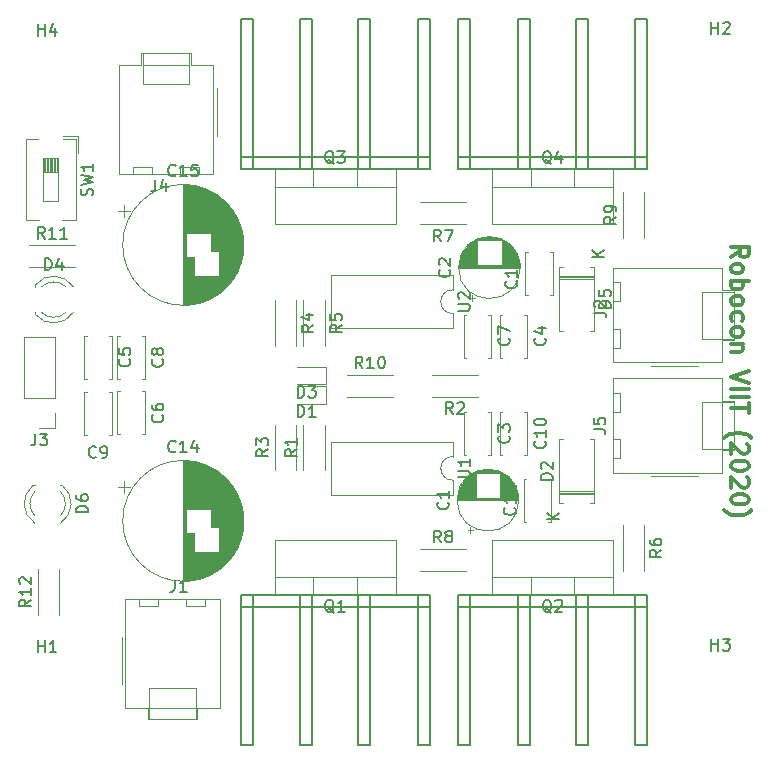
<source format=gbr>
G04 #@! TF.GenerationSoftware,KiCad,Pcbnew,(5.0.2)-1*
G04 #@! TF.CreationDate,2020-02-17T18:51:26+05:30*
G04 #@! TF.ProjectId,mosfet driver,6d6f7366-6574-4206-9472-697665722e6b,rev?*
G04 #@! TF.SameCoordinates,Original*
G04 #@! TF.FileFunction,Legend,Top*
G04 #@! TF.FilePolarity,Positive*
%FSLAX46Y46*%
G04 Gerber Fmt 4.6, Leading zero omitted, Abs format (unit mm)*
G04 Created by KiCad (PCBNEW (5.0.2)-1) date 02/17/20 18:51:26*
%MOMM*%
%LPD*%
G01*
G04 APERTURE LIST*
%ADD10C,0.300000*%
%ADD11C,0.120000*%
%ADD12C,0.150000*%
G04 APERTURE END LIST*
D10*
X105175928Y-141773000D02*
X105890214Y-141273000D01*
X105175928Y-140915857D02*
X106675928Y-140915857D01*
X106675928Y-141487285D01*
X106604500Y-141630142D01*
X106533071Y-141701571D01*
X106390214Y-141773000D01*
X106175928Y-141773000D01*
X106033071Y-141701571D01*
X105961642Y-141630142D01*
X105890214Y-141487285D01*
X105890214Y-140915857D01*
X105175928Y-142630142D02*
X105247357Y-142487285D01*
X105318785Y-142415857D01*
X105461642Y-142344428D01*
X105890214Y-142344428D01*
X106033071Y-142415857D01*
X106104500Y-142487285D01*
X106175928Y-142630142D01*
X106175928Y-142844428D01*
X106104500Y-142987285D01*
X106033071Y-143058714D01*
X105890214Y-143130142D01*
X105461642Y-143130142D01*
X105318785Y-143058714D01*
X105247357Y-142987285D01*
X105175928Y-142844428D01*
X105175928Y-142630142D01*
X105175928Y-143773000D02*
X106675928Y-143773000D01*
X106104500Y-143773000D02*
X106175928Y-143915857D01*
X106175928Y-144201571D01*
X106104500Y-144344428D01*
X106033071Y-144415857D01*
X105890214Y-144487285D01*
X105461642Y-144487285D01*
X105318785Y-144415857D01*
X105247357Y-144344428D01*
X105175928Y-144201571D01*
X105175928Y-143915857D01*
X105247357Y-143773000D01*
X105175928Y-145344428D02*
X105247357Y-145201571D01*
X105318785Y-145130142D01*
X105461642Y-145058714D01*
X105890214Y-145058714D01*
X106033071Y-145130142D01*
X106104500Y-145201571D01*
X106175928Y-145344428D01*
X106175928Y-145558714D01*
X106104500Y-145701571D01*
X106033071Y-145773000D01*
X105890214Y-145844428D01*
X105461642Y-145844428D01*
X105318785Y-145773000D01*
X105247357Y-145701571D01*
X105175928Y-145558714D01*
X105175928Y-145344428D01*
X105247357Y-147130142D02*
X105175928Y-146987285D01*
X105175928Y-146701571D01*
X105247357Y-146558714D01*
X105318785Y-146487285D01*
X105461642Y-146415857D01*
X105890214Y-146415857D01*
X106033071Y-146487285D01*
X106104500Y-146558714D01*
X106175928Y-146701571D01*
X106175928Y-146987285D01*
X106104500Y-147130142D01*
X105175928Y-147987285D02*
X105247357Y-147844428D01*
X105318785Y-147773000D01*
X105461642Y-147701571D01*
X105890214Y-147701571D01*
X106033071Y-147773000D01*
X106104500Y-147844428D01*
X106175928Y-147987285D01*
X106175928Y-148201571D01*
X106104500Y-148344428D01*
X106033071Y-148415857D01*
X105890214Y-148487285D01*
X105461642Y-148487285D01*
X105318785Y-148415857D01*
X105247357Y-148344428D01*
X105175928Y-148201571D01*
X105175928Y-147987285D01*
X106175928Y-149130142D02*
X105175928Y-149130142D01*
X106033071Y-149130142D02*
X106104500Y-149201571D01*
X106175928Y-149344428D01*
X106175928Y-149558714D01*
X106104500Y-149701571D01*
X105961642Y-149773000D01*
X105175928Y-149773000D01*
X106675928Y-151415857D02*
X105175928Y-151915857D01*
X106675928Y-152415857D01*
X105175928Y-152915857D02*
X106675928Y-152915857D01*
X105175928Y-153630142D02*
X106675928Y-153630142D01*
X106675928Y-154130142D02*
X106675928Y-154987285D01*
X105175928Y-154558714D02*
X106675928Y-154558714D01*
X104604500Y-157058714D02*
X104675928Y-156987285D01*
X104890214Y-156844428D01*
X105033071Y-156773000D01*
X105247357Y-156701571D01*
X105604500Y-156630142D01*
X105890214Y-156630142D01*
X106247357Y-156701571D01*
X106461642Y-156773000D01*
X106604500Y-156844428D01*
X106818785Y-156987285D01*
X106890214Y-157058714D01*
X106533071Y-157558714D02*
X106604500Y-157630142D01*
X106675928Y-157773000D01*
X106675928Y-158130142D01*
X106604500Y-158273000D01*
X106533071Y-158344428D01*
X106390214Y-158415857D01*
X106247357Y-158415857D01*
X106033071Y-158344428D01*
X105175928Y-157487285D01*
X105175928Y-158415857D01*
X106675928Y-159344428D02*
X106675928Y-159487285D01*
X106604500Y-159630142D01*
X106533071Y-159701571D01*
X106390214Y-159773000D01*
X106104500Y-159844428D01*
X105747357Y-159844428D01*
X105461642Y-159773000D01*
X105318785Y-159701571D01*
X105247357Y-159630142D01*
X105175928Y-159487285D01*
X105175928Y-159344428D01*
X105247357Y-159201571D01*
X105318785Y-159130142D01*
X105461642Y-159058714D01*
X105747357Y-158987285D01*
X106104500Y-158987285D01*
X106390214Y-159058714D01*
X106533071Y-159130142D01*
X106604500Y-159201571D01*
X106675928Y-159344428D01*
X106533071Y-160415857D02*
X106604500Y-160487285D01*
X106675928Y-160630142D01*
X106675928Y-160987285D01*
X106604500Y-161130142D01*
X106533071Y-161201571D01*
X106390214Y-161273000D01*
X106247357Y-161273000D01*
X106033071Y-161201571D01*
X105175928Y-160344428D01*
X105175928Y-161273000D01*
X106675928Y-162201571D02*
X106675928Y-162344428D01*
X106604500Y-162487285D01*
X106533071Y-162558714D01*
X106390214Y-162630142D01*
X106104500Y-162701571D01*
X105747357Y-162701571D01*
X105461642Y-162630142D01*
X105318785Y-162558714D01*
X105247357Y-162487285D01*
X105175928Y-162344428D01*
X105175928Y-162201571D01*
X105247357Y-162058714D01*
X105318785Y-161987285D01*
X105461642Y-161915857D01*
X105747357Y-161844428D01*
X106104500Y-161844428D01*
X106390214Y-161915857D01*
X106533071Y-161987285D01*
X106604500Y-162058714D01*
X106675928Y-162201571D01*
X104604500Y-163201571D02*
X104675928Y-163273000D01*
X104890214Y-163415857D01*
X105033071Y-163487285D01*
X105247357Y-163558714D01*
X105604500Y-163630142D01*
X105890214Y-163630142D01*
X106247357Y-163558714D01*
X106461642Y-163487285D01*
X106604500Y-163415857D01*
X106818785Y-163273000D01*
X106890214Y-163201571D01*
D11*
G04 #@! TO.C,SW1*
X48196500Y-134588167D02*
X46926500Y-134588167D01*
X46996500Y-133381500D02*
X46996500Y-134588167D01*
X47116500Y-133381500D02*
X47116500Y-134588167D01*
X47236500Y-133381500D02*
X47236500Y-134588167D01*
X47356500Y-133381500D02*
X47356500Y-134588167D01*
X47476500Y-133381500D02*
X47476500Y-134588167D01*
X47596500Y-133381500D02*
X47596500Y-134588167D01*
X47716500Y-133381500D02*
X47716500Y-134588167D01*
X47836500Y-133381500D02*
X47836500Y-134588167D01*
X47956500Y-133381500D02*
X47956500Y-134588167D01*
X48076500Y-133381500D02*
X48076500Y-134588167D01*
X48196500Y-137001500D02*
X48196500Y-133381500D01*
X46926500Y-137001500D02*
X48196500Y-137001500D01*
X46926500Y-133381500D02*
X46926500Y-137001500D01*
X48196500Y-133381500D02*
X46926500Y-133381500D01*
X49911500Y-131541500D02*
X48601500Y-131541500D01*
X49911500Y-131541500D02*
X49911500Y-132924500D01*
X46571500Y-138602500D02*
X45451500Y-138602500D01*
X49671500Y-138602500D02*
X48551500Y-138602500D01*
X46521500Y-131781500D02*
X45451500Y-131781500D01*
X49671500Y-131781500D02*
X48601500Y-131781500D01*
X45451500Y-131781500D02*
X45451500Y-138602500D01*
X49671500Y-131781500D02*
X49671500Y-138602500D01*
G04 #@! TO.C,D6*
X46227500Y-161063500D02*
X46071500Y-161063500D01*
X48543500Y-161063500D02*
X48387500Y-161063500D01*
X46227663Y-163664630D02*
G75*
G02X46227500Y-161582539I1079837J1041130D01*
G01*
X48387337Y-163664630D02*
G75*
G03X48387500Y-161582539I-1079837J1041130D01*
G01*
X46228892Y-164295835D02*
G75*
G02X46071984Y-161063500I1078608J1672335D01*
G01*
X48386108Y-164295835D02*
G75*
G03X48543016Y-161063500I-1078608J1672335D01*
G01*
G04 #@! TO.C,D4*
X46255500Y-146431500D02*
X46255500Y-146587500D01*
X46255500Y-144115500D02*
X46255500Y-144271500D01*
X48856630Y-146431337D02*
G75*
G02X46774539Y-146431500I-1041130J1079837D01*
G01*
X48856630Y-144271663D02*
G75*
G03X46774539Y-144271500I-1041130J-1079837D01*
G01*
X49487835Y-146430108D02*
G75*
G02X46255500Y-146587016I-1672335J1078608D01*
G01*
X49487835Y-144272892D02*
G75*
G03X46255500Y-144115984I-1672335J-1078608D01*
G01*
G04 #@! TO.C,R12*
X48291000Y-172036500D02*
X48291000Y-168196500D01*
X46451000Y-172036500D02*
X46451000Y-168196500D01*
G04 #@! TO.C,R11*
X45768500Y-142588500D02*
X49608500Y-142588500D01*
X45768500Y-140748500D02*
X49608500Y-140748500D01*
G04 #@! TO.C,J5*
X95773500Y-153228000D02*
X95173500Y-153228000D01*
X95773500Y-154828000D02*
X95773500Y-153228000D01*
X95173500Y-154828000D02*
X95773500Y-154828000D01*
X95773500Y-157188000D02*
X95173500Y-157188000D01*
X95773500Y-158788000D02*
X95773500Y-157188000D01*
X95173500Y-158788000D02*
X95773500Y-158788000D01*
X102733500Y-154028000D02*
X104403500Y-154028000D01*
X102733500Y-157988000D02*
X102733500Y-154028000D01*
X104403500Y-157988000D02*
X102733500Y-157988000D01*
X104403500Y-154028000D02*
X105403500Y-154028000D01*
X104403500Y-157988000D02*
X104403500Y-154028000D01*
X105403500Y-157988000D02*
X104403500Y-157988000D01*
X98393500Y-160298000D02*
X102393500Y-160298000D01*
X104398500Y-160008000D02*
X95173500Y-160008000D01*
X104398500Y-158103000D02*
X104398500Y-160008000D01*
X105403500Y-158103000D02*
X104398500Y-158103000D01*
X105403500Y-153913000D02*
X105403500Y-158103000D01*
X104398500Y-153913000D02*
X105403500Y-153913000D01*
X104398500Y-152008000D02*
X104398500Y-153913000D01*
X95173500Y-152008000D02*
X104398500Y-152008000D01*
X95173500Y-160008000D02*
X95173500Y-152008000D01*
G04 #@! TO.C,J2*
X95773500Y-143893500D02*
X95173500Y-143893500D01*
X95773500Y-145493500D02*
X95773500Y-143893500D01*
X95173500Y-145493500D02*
X95773500Y-145493500D01*
X95773500Y-147853500D02*
X95173500Y-147853500D01*
X95773500Y-149453500D02*
X95773500Y-147853500D01*
X95173500Y-149453500D02*
X95773500Y-149453500D01*
X102733500Y-144693500D02*
X104403500Y-144693500D01*
X102733500Y-148653500D02*
X102733500Y-144693500D01*
X104403500Y-148653500D02*
X102733500Y-148653500D01*
X104403500Y-144693500D02*
X105403500Y-144693500D01*
X104403500Y-148653500D02*
X104403500Y-144693500D01*
X105403500Y-148653500D02*
X104403500Y-148653500D01*
X98393500Y-150963500D02*
X102393500Y-150963500D01*
X104398500Y-150673500D02*
X95173500Y-150673500D01*
X104398500Y-148768500D02*
X104398500Y-150673500D01*
X105403500Y-148768500D02*
X104398500Y-148768500D01*
X105403500Y-144578500D02*
X105403500Y-148768500D01*
X104398500Y-144578500D02*
X105403500Y-144578500D01*
X104398500Y-142673500D02*
X104398500Y-144578500D01*
X95173500Y-142673500D02*
X104398500Y-142673500D01*
X95173500Y-150673500D02*
X95173500Y-142673500D01*
G04 #@! TO.C,J1*
X60640000Y-171275000D02*
X60640000Y-170675000D01*
X59040000Y-171275000D02*
X60640000Y-171275000D01*
X59040000Y-170675000D02*
X59040000Y-171275000D01*
X56680000Y-171275000D02*
X56680000Y-170675000D01*
X55080000Y-171275000D02*
X56680000Y-171275000D01*
X55080000Y-170675000D02*
X55080000Y-171275000D01*
X59840000Y-178235000D02*
X59840000Y-179905000D01*
X55880000Y-178235000D02*
X59840000Y-178235000D01*
X55880000Y-179905000D02*
X55880000Y-178235000D01*
X59840000Y-179905000D02*
X59840000Y-180905000D01*
X55880000Y-179905000D02*
X59840000Y-179905000D01*
X55880000Y-180905000D02*
X55880000Y-179905000D01*
X53570000Y-173895000D02*
X53570000Y-177895000D01*
X53860000Y-179900000D02*
X53860000Y-170675000D01*
X55765000Y-179900000D02*
X53860000Y-179900000D01*
X55765000Y-180905000D02*
X55765000Y-179900000D01*
X59955000Y-180905000D02*
X55765000Y-180905000D01*
X59955000Y-179900000D02*
X59955000Y-180905000D01*
X61860000Y-179900000D02*
X59955000Y-179900000D01*
X61860000Y-170675000D02*
X61860000Y-179900000D01*
X53860000Y-170675000D02*
X61860000Y-170675000D01*
G04 #@! TO.C,J4*
X54549000Y-134096500D02*
X54549000Y-134696500D01*
X56149000Y-134096500D02*
X54549000Y-134096500D01*
X56149000Y-134696500D02*
X56149000Y-134096500D01*
X58509000Y-134096500D02*
X58509000Y-134696500D01*
X60109000Y-134096500D02*
X58509000Y-134096500D01*
X60109000Y-134696500D02*
X60109000Y-134096500D01*
X55349000Y-127136500D02*
X55349000Y-125466500D01*
X59309000Y-127136500D02*
X55349000Y-127136500D01*
X59309000Y-125466500D02*
X59309000Y-127136500D01*
X55349000Y-125466500D02*
X55349000Y-124466500D01*
X59309000Y-125466500D02*
X55349000Y-125466500D01*
X59309000Y-124466500D02*
X59309000Y-125466500D01*
X61619000Y-131476500D02*
X61619000Y-127476500D01*
X61329000Y-125471500D02*
X61329000Y-134696500D01*
X59424000Y-125471500D02*
X61329000Y-125471500D01*
X59424000Y-124466500D02*
X59424000Y-125471500D01*
X55234000Y-124466500D02*
X59424000Y-124466500D01*
X55234000Y-125471500D02*
X55234000Y-124466500D01*
X53329000Y-125471500D02*
X55234000Y-125471500D01*
X53329000Y-134696500D02*
X53329000Y-125471500D01*
X61329000Y-134696500D02*
X53329000Y-134696500D01*
G04 #@! TO.C,R7*
X82692000Y-138969000D02*
X78852000Y-138969000D01*
X82692000Y-137129000D02*
X78852000Y-137129000D01*
G04 #@! TO.C,R5*
X68930000Y-145404775D02*
X68930000Y-149244775D01*
X70770000Y-145404775D02*
X70770000Y-149244775D01*
G04 #@! TO.C,R2*
X83708000Y-151734000D02*
X79868000Y-151734000D01*
X83708000Y-153574000D02*
X79868000Y-153574000D01*
G04 #@! TO.C,R1*
X70770000Y-159789000D02*
X70770000Y-155949000D01*
X68930000Y-159789000D02*
X68930000Y-155949000D01*
G04 #@! TO.C,D5*
X93215000Y-142568000D02*
X93545000Y-142568000D01*
X93545000Y-142568000D02*
X93545000Y-148008000D01*
X93545000Y-148008000D02*
X93215000Y-148008000D01*
X90935000Y-142568000D02*
X90605000Y-142568000D01*
X90605000Y-142568000D02*
X90605000Y-148008000D01*
X90605000Y-148008000D02*
X90935000Y-148008000D01*
X93545000Y-143468000D02*
X90605000Y-143468000D01*
X93545000Y-143588000D02*
X90605000Y-143588000D01*
X93545000Y-143348000D02*
X90605000Y-143348000D01*
G04 #@! TO.C,D2*
X90935000Y-162613000D02*
X90605000Y-162613000D01*
X90605000Y-162613000D02*
X90605000Y-157173000D01*
X90605000Y-157173000D02*
X90935000Y-157173000D01*
X93215000Y-162613000D02*
X93545000Y-162613000D01*
X93545000Y-162613000D02*
X93545000Y-157173000D01*
X93545000Y-157173000D02*
X93215000Y-157173000D01*
X90605000Y-161713000D02*
X93545000Y-161713000D01*
X90605000Y-161593000D02*
X93545000Y-161593000D01*
X90605000Y-161833000D02*
X93545000Y-161833000D01*
G04 #@! TO.C,C15*
X53801354Y-137341000D02*
X53801354Y-138341000D01*
X53301354Y-137841000D02*
X54301354Y-137841000D01*
X63862000Y-140117000D02*
X63862000Y-141315000D01*
X63822000Y-139854000D02*
X63822000Y-141578000D01*
X63782000Y-139654000D02*
X63782000Y-141778000D01*
X63742000Y-139486000D02*
X63742000Y-141946000D01*
X63702000Y-139338000D02*
X63702000Y-142094000D01*
X63662000Y-139206000D02*
X63662000Y-142226000D01*
X63622000Y-139086000D02*
X63622000Y-142346000D01*
X63582000Y-138974000D02*
X63582000Y-142458000D01*
X63542000Y-138870000D02*
X63542000Y-142562000D01*
X63502000Y-138772000D02*
X63502000Y-142660000D01*
X63462000Y-138679000D02*
X63462000Y-142753000D01*
X63422000Y-138591000D02*
X63422000Y-142841000D01*
X63382000Y-138507000D02*
X63382000Y-142925000D01*
X63342000Y-138427000D02*
X63342000Y-143005000D01*
X63302000Y-138351000D02*
X63302000Y-143081000D01*
X63262000Y-138277000D02*
X63262000Y-143155000D01*
X63222000Y-138206000D02*
X63222000Y-143226000D01*
X63182000Y-138137000D02*
X63182000Y-143295000D01*
X63142000Y-138071000D02*
X63142000Y-143361000D01*
X63102000Y-138007000D02*
X63102000Y-143425000D01*
X63062000Y-137946000D02*
X63062000Y-143486000D01*
X63022000Y-137886000D02*
X63022000Y-143546000D01*
X62982000Y-137827000D02*
X62982000Y-143605000D01*
X62942000Y-137771000D02*
X62942000Y-143661000D01*
X62902000Y-137716000D02*
X62902000Y-143716000D01*
X62862000Y-137662000D02*
X62862000Y-143770000D01*
X62822000Y-137610000D02*
X62822000Y-143822000D01*
X62782000Y-137560000D02*
X62782000Y-143872000D01*
X62742000Y-137510000D02*
X62742000Y-143922000D01*
X62702000Y-137462000D02*
X62702000Y-143970000D01*
X62662000Y-137415000D02*
X62662000Y-144017000D01*
X62622000Y-137369000D02*
X62622000Y-144063000D01*
X62582000Y-137324000D02*
X62582000Y-144108000D01*
X62542000Y-137280000D02*
X62542000Y-144152000D01*
X62502000Y-137238000D02*
X62502000Y-144194000D01*
X62462000Y-137196000D02*
X62462000Y-144236000D01*
X62422000Y-137155000D02*
X62422000Y-144277000D01*
X62382000Y-137115000D02*
X62382000Y-144317000D01*
X62342000Y-137076000D02*
X62342000Y-144356000D01*
X62302000Y-137037000D02*
X62302000Y-144395000D01*
X62262000Y-137000000D02*
X62262000Y-144432000D01*
X62222000Y-136963000D02*
X62222000Y-144469000D01*
X62182000Y-136927000D02*
X62182000Y-144505000D01*
X62142000Y-136892000D02*
X62142000Y-144540000D01*
X62102000Y-136858000D02*
X62102000Y-144574000D01*
X62062000Y-136824000D02*
X62062000Y-144608000D01*
X62022000Y-136791000D02*
X62022000Y-144641000D01*
X61982000Y-136759000D02*
X61982000Y-144673000D01*
X61942000Y-136727000D02*
X61942000Y-144705000D01*
X61902000Y-136696000D02*
X61902000Y-144736000D01*
X61862000Y-136666000D02*
X61862000Y-144766000D01*
X61822000Y-136636000D02*
X61822000Y-144796000D01*
X61782000Y-136606000D02*
X61782000Y-144826000D01*
X61742000Y-143356000D02*
X61742000Y-144854000D01*
X61742000Y-136578000D02*
X61742000Y-141276000D01*
X61702000Y-143356000D02*
X61702000Y-144882000D01*
X61702000Y-136550000D02*
X61702000Y-141276000D01*
X61662000Y-143356000D02*
X61662000Y-144910000D01*
X61662000Y-136522000D02*
X61662000Y-141276000D01*
X61622000Y-143356000D02*
X61622000Y-144937000D01*
X61622000Y-136495000D02*
X61622000Y-141276000D01*
X61582000Y-143356000D02*
X61582000Y-144963000D01*
X61582000Y-136469000D02*
X61582000Y-141276000D01*
X61542000Y-143356000D02*
X61542000Y-144989000D01*
X61542000Y-136443000D02*
X61542000Y-141276000D01*
X61502000Y-143356000D02*
X61502000Y-145014000D01*
X61502000Y-136418000D02*
X61502000Y-141276000D01*
X61462000Y-143356000D02*
X61462000Y-145039000D01*
X61462000Y-136393000D02*
X61462000Y-141276000D01*
X61422000Y-143356000D02*
X61422000Y-145063000D01*
X61422000Y-136369000D02*
X61422000Y-141276000D01*
X61382000Y-143356000D02*
X61382000Y-145087000D01*
X61382000Y-136345000D02*
X61382000Y-141276000D01*
X61342000Y-143356000D02*
X61342000Y-145111000D01*
X61342000Y-136321000D02*
X61342000Y-141276000D01*
X61302000Y-143356000D02*
X61302000Y-145133000D01*
X61302000Y-136299000D02*
X61302000Y-141276000D01*
X61262000Y-143356000D02*
X61262000Y-145156000D01*
X61262000Y-136276000D02*
X61262000Y-141276000D01*
X61222000Y-143356000D02*
X61222000Y-145178000D01*
X61222000Y-136254000D02*
X61222000Y-141276000D01*
X61182000Y-143356000D02*
X61182000Y-145199000D01*
X61182000Y-136233000D02*
X61182000Y-141276000D01*
X61142000Y-143356000D02*
X61142000Y-145220000D01*
X61142000Y-136212000D02*
X61142000Y-141276000D01*
X61102000Y-143356000D02*
X61102000Y-145241000D01*
X61102000Y-136191000D02*
X61102000Y-141276000D01*
X61062000Y-143356000D02*
X61062000Y-145261000D01*
X61062000Y-136171000D02*
X61062000Y-139676000D01*
X61022000Y-143356000D02*
X61022000Y-145280000D01*
X61022000Y-136152000D02*
X61022000Y-139676000D01*
X60982000Y-143356000D02*
X60982000Y-145300000D01*
X60982000Y-136132000D02*
X60982000Y-139676000D01*
X60942000Y-143356000D02*
X60942000Y-145319000D01*
X60942000Y-136113000D02*
X60942000Y-139676000D01*
X60902000Y-143356000D02*
X60902000Y-145337000D01*
X60902000Y-136095000D02*
X60902000Y-139676000D01*
X60862000Y-143356000D02*
X60862000Y-145355000D01*
X60862000Y-136077000D02*
X60862000Y-139676000D01*
X60822000Y-143356000D02*
X60822000Y-145373000D01*
X60822000Y-136059000D02*
X60822000Y-139676000D01*
X60782000Y-143356000D02*
X60782000Y-145390000D01*
X60782000Y-136042000D02*
X60782000Y-139676000D01*
X60742000Y-143356000D02*
X60742000Y-145406000D01*
X60742000Y-136026000D02*
X60742000Y-139676000D01*
X60702000Y-143356000D02*
X60702000Y-145423000D01*
X60702000Y-136009000D02*
X60702000Y-139676000D01*
X60662000Y-143356000D02*
X60662000Y-145439000D01*
X60662000Y-135993000D02*
X60662000Y-139676000D01*
X60622000Y-143356000D02*
X60622000Y-145454000D01*
X60622000Y-135978000D02*
X60622000Y-139676000D01*
X60582000Y-143356000D02*
X60582000Y-145470000D01*
X60582000Y-135962000D02*
X60582000Y-139676000D01*
X60542000Y-143356000D02*
X60542000Y-145484000D01*
X60542000Y-135948000D02*
X60542000Y-139676000D01*
X60502000Y-143356000D02*
X60502000Y-145499000D01*
X60502000Y-135933000D02*
X60502000Y-139676000D01*
X60462000Y-143356000D02*
X60462000Y-145513000D01*
X60462000Y-135919000D02*
X60462000Y-139676000D01*
X60422000Y-143356000D02*
X60422000Y-145527000D01*
X60422000Y-135905000D02*
X60422000Y-139676000D01*
X60382000Y-143356000D02*
X60382000Y-145540000D01*
X60382000Y-135892000D02*
X60382000Y-139676000D01*
X60342000Y-143356000D02*
X60342000Y-145553000D01*
X60342000Y-135879000D02*
X60342000Y-139676000D01*
X60302000Y-143356000D02*
X60302000Y-145566000D01*
X60302000Y-135866000D02*
X60302000Y-139676000D01*
X60262000Y-143356000D02*
X60262000Y-145578000D01*
X60262000Y-135854000D02*
X60262000Y-139676000D01*
X60222000Y-143356000D02*
X60222000Y-145590000D01*
X60222000Y-135842000D02*
X60222000Y-139676000D01*
X60182000Y-143356000D02*
X60182000Y-145601000D01*
X60182000Y-135831000D02*
X60182000Y-139676000D01*
X60142000Y-143356000D02*
X60142000Y-145613000D01*
X60142000Y-135819000D02*
X60142000Y-139676000D01*
X60102000Y-143356000D02*
X60102000Y-145623000D01*
X60102000Y-135809000D02*
X60102000Y-139676000D01*
X60062000Y-143356000D02*
X60062000Y-145634000D01*
X60062000Y-135798000D02*
X60062000Y-139676000D01*
X60022000Y-143356000D02*
X60022000Y-145644000D01*
X60022000Y-135788000D02*
X60022000Y-139676000D01*
X59982000Y-143356000D02*
X59982000Y-145654000D01*
X59982000Y-135778000D02*
X59982000Y-139676000D01*
X59942000Y-143356000D02*
X59942000Y-145663000D01*
X59942000Y-135769000D02*
X59942000Y-139676000D01*
X59902000Y-143356000D02*
X59902000Y-145672000D01*
X59902000Y-135760000D02*
X59902000Y-139676000D01*
X59862000Y-143356000D02*
X59862000Y-145681000D01*
X59862000Y-135751000D02*
X59862000Y-139676000D01*
X59822000Y-143356000D02*
X59822000Y-145690000D01*
X59822000Y-135742000D02*
X59822000Y-139676000D01*
X59782000Y-143356000D02*
X59782000Y-145698000D01*
X59782000Y-135734000D02*
X59782000Y-139676000D01*
X59742000Y-143356000D02*
X59742000Y-145706000D01*
X59742000Y-135726000D02*
X59742000Y-139676000D01*
X59702000Y-143356000D02*
X59702000Y-145713000D01*
X59702000Y-135719000D02*
X59702000Y-139676000D01*
X59662000Y-141756000D02*
X59662000Y-145720000D01*
X59662000Y-135712000D02*
X59662000Y-139676000D01*
X59622000Y-141756000D02*
X59622000Y-145727000D01*
X59622000Y-135705000D02*
X59622000Y-139676000D01*
X59582000Y-141756000D02*
X59582000Y-145734000D01*
X59582000Y-135698000D02*
X59582000Y-139676000D01*
X59542000Y-141756000D02*
X59542000Y-145740000D01*
X59542000Y-135692000D02*
X59542000Y-139676000D01*
X59502000Y-141756000D02*
X59502000Y-145746000D01*
X59502000Y-135686000D02*
X59502000Y-139676000D01*
X59461000Y-141756000D02*
X59461000Y-145751000D01*
X59461000Y-135681000D02*
X59461000Y-139676000D01*
X59421000Y-141756000D02*
X59421000Y-145756000D01*
X59421000Y-135676000D02*
X59421000Y-139676000D01*
X59381000Y-141756000D02*
X59381000Y-145761000D01*
X59381000Y-135671000D02*
X59381000Y-139676000D01*
X59341000Y-141756000D02*
X59341000Y-145766000D01*
X59341000Y-135666000D02*
X59341000Y-139676000D01*
X59301000Y-141756000D02*
X59301000Y-145770000D01*
X59301000Y-135662000D02*
X59301000Y-139676000D01*
X59261000Y-141756000D02*
X59261000Y-145774000D01*
X59261000Y-135658000D02*
X59261000Y-139676000D01*
X59221000Y-141756000D02*
X59221000Y-145778000D01*
X59221000Y-135654000D02*
X59221000Y-139676000D01*
X59181000Y-141756000D02*
X59181000Y-145781000D01*
X59181000Y-135651000D02*
X59181000Y-139676000D01*
X59141000Y-141756000D02*
X59141000Y-145784000D01*
X59141000Y-135648000D02*
X59141000Y-139676000D01*
X59101000Y-141756000D02*
X59101000Y-145786000D01*
X59101000Y-135646000D02*
X59101000Y-139676000D01*
X59061000Y-141756000D02*
X59061000Y-145789000D01*
X59061000Y-135643000D02*
X59061000Y-139676000D01*
X59021000Y-141756000D02*
X59021000Y-145791000D01*
X59021000Y-135641000D02*
X59021000Y-139676000D01*
X58981000Y-135639000D02*
X58981000Y-145793000D01*
X58941000Y-135638000D02*
X58941000Y-145794000D01*
X58901000Y-135637000D02*
X58901000Y-145795000D01*
X58861000Y-135636000D02*
X58861000Y-145796000D01*
X58821000Y-135636000D02*
X58821000Y-145796000D01*
X58781000Y-135636000D02*
X58781000Y-145796000D01*
X63901000Y-140716000D02*
G75*
G03X63901000Y-140716000I-5120000J0D01*
G01*
G04 #@! TO.C,C14*
X53801354Y-160709000D02*
X53801354Y-161709000D01*
X53301354Y-161209000D02*
X54301354Y-161209000D01*
X63862000Y-163485000D02*
X63862000Y-164683000D01*
X63822000Y-163222000D02*
X63822000Y-164946000D01*
X63782000Y-163022000D02*
X63782000Y-165146000D01*
X63742000Y-162854000D02*
X63742000Y-165314000D01*
X63702000Y-162706000D02*
X63702000Y-165462000D01*
X63662000Y-162574000D02*
X63662000Y-165594000D01*
X63622000Y-162454000D02*
X63622000Y-165714000D01*
X63582000Y-162342000D02*
X63582000Y-165826000D01*
X63542000Y-162238000D02*
X63542000Y-165930000D01*
X63502000Y-162140000D02*
X63502000Y-166028000D01*
X63462000Y-162047000D02*
X63462000Y-166121000D01*
X63422000Y-161959000D02*
X63422000Y-166209000D01*
X63382000Y-161875000D02*
X63382000Y-166293000D01*
X63342000Y-161795000D02*
X63342000Y-166373000D01*
X63302000Y-161719000D02*
X63302000Y-166449000D01*
X63262000Y-161645000D02*
X63262000Y-166523000D01*
X63222000Y-161574000D02*
X63222000Y-166594000D01*
X63182000Y-161505000D02*
X63182000Y-166663000D01*
X63142000Y-161439000D02*
X63142000Y-166729000D01*
X63102000Y-161375000D02*
X63102000Y-166793000D01*
X63062000Y-161314000D02*
X63062000Y-166854000D01*
X63022000Y-161254000D02*
X63022000Y-166914000D01*
X62982000Y-161195000D02*
X62982000Y-166973000D01*
X62942000Y-161139000D02*
X62942000Y-167029000D01*
X62902000Y-161084000D02*
X62902000Y-167084000D01*
X62862000Y-161030000D02*
X62862000Y-167138000D01*
X62822000Y-160978000D02*
X62822000Y-167190000D01*
X62782000Y-160928000D02*
X62782000Y-167240000D01*
X62742000Y-160878000D02*
X62742000Y-167290000D01*
X62702000Y-160830000D02*
X62702000Y-167338000D01*
X62662000Y-160783000D02*
X62662000Y-167385000D01*
X62622000Y-160737000D02*
X62622000Y-167431000D01*
X62582000Y-160692000D02*
X62582000Y-167476000D01*
X62542000Y-160648000D02*
X62542000Y-167520000D01*
X62502000Y-160606000D02*
X62502000Y-167562000D01*
X62462000Y-160564000D02*
X62462000Y-167604000D01*
X62422000Y-160523000D02*
X62422000Y-167645000D01*
X62382000Y-160483000D02*
X62382000Y-167685000D01*
X62342000Y-160444000D02*
X62342000Y-167724000D01*
X62302000Y-160405000D02*
X62302000Y-167763000D01*
X62262000Y-160368000D02*
X62262000Y-167800000D01*
X62222000Y-160331000D02*
X62222000Y-167837000D01*
X62182000Y-160295000D02*
X62182000Y-167873000D01*
X62142000Y-160260000D02*
X62142000Y-167908000D01*
X62102000Y-160226000D02*
X62102000Y-167942000D01*
X62062000Y-160192000D02*
X62062000Y-167976000D01*
X62022000Y-160159000D02*
X62022000Y-168009000D01*
X61982000Y-160127000D02*
X61982000Y-168041000D01*
X61942000Y-160095000D02*
X61942000Y-168073000D01*
X61902000Y-160064000D02*
X61902000Y-168104000D01*
X61862000Y-160034000D02*
X61862000Y-168134000D01*
X61822000Y-160004000D02*
X61822000Y-168164000D01*
X61782000Y-159974000D02*
X61782000Y-168194000D01*
X61742000Y-166724000D02*
X61742000Y-168222000D01*
X61742000Y-159946000D02*
X61742000Y-164644000D01*
X61702000Y-166724000D02*
X61702000Y-168250000D01*
X61702000Y-159918000D02*
X61702000Y-164644000D01*
X61662000Y-166724000D02*
X61662000Y-168278000D01*
X61662000Y-159890000D02*
X61662000Y-164644000D01*
X61622000Y-166724000D02*
X61622000Y-168305000D01*
X61622000Y-159863000D02*
X61622000Y-164644000D01*
X61582000Y-166724000D02*
X61582000Y-168331000D01*
X61582000Y-159837000D02*
X61582000Y-164644000D01*
X61542000Y-166724000D02*
X61542000Y-168357000D01*
X61542000Y-159811000D02*
X61542000Y-164644000D01*
X61502000Y-166724000D02*
X61502000Y-168382000D01*
X61502000Y-159786000D02*
X61502000Y-164644000D01*
X61462000Y-166724000D02*
X61462000Y-168407000D01*
X61462000Y-159761000D02*
X61462000Y-164644000D01*
X61422000Y-166724000D02*
X61422000Y-168431000D01*
X61422000Y-159737000D02*
X61422000Y-164644000D01*
X61382000Y-166724000D02*
X61382000Y-168455000D01*
X61382000Y-159713000D02*
X61382000Y-164644000D01*
X61342000Y-166724000D02*
X61342000Y-168479000D01*
X61342000Y-159689000D02*
X61342000Y-164644000D01*
X61302000Y-166724000D02*
X61302000Y-168501000D01*
X61302000Y-159667000D02*
X61302000Y-164644000D01*
X61262000Y-166724000D02*
X61262000Y-168524000D01*
X61262000Y-159644000D02*
X61262000Y-164644000D01*
X61222000Y-166724000D02*
X61222000Y-168546000D01*
X61222000Y-159622000D02*
X61222000Y-164644000D01*
X61182000Y-166724000D02*
X61182000Y-168567000D01*
X61182000Y-159601000D02*
X61182000Y-164644000D01*
X61142000Y-166724000D02*
X61142000Y-168588000D01*
X61142000Y-159580000D02*
X61142000Y-164644000D01*
X61102000Y-166724000D02*
X61102000Y-168609000D01*
X61102000Y-159559000D02*
X61102000Y-164644000D01*
X61062000Y-166724000D02*
X61062000Y-168629000D01*
X61062000Y-159539000D02*
X61062000Y-163044000D01*
X61022000Y-166724000D02*
X61022000Y-168648000D01*
X61022000Y-159520000D02*
X61022000Y-163044000D01*
X60982000Y-166724000D02*
X60982000Y-168668000D01*
X60982000Y-159500000D02*
X60982000Y-163044000D01*
X60942000Y-166724000D02*
X60942000Y-168687000D01*
X60942000Y-159481000D02*
X60942000Y-163044000D01*
X60902000Y-166724000D02*
X60902000Y-168705000D01*
X60902000Y-159463000D02*
X60902000Y-163044000D01*
X60862000Y-166724000D02*
X60862000Y-168723000D01*
X60862000Y-159445000D02*
X60862000Y-163044000D01*
X60822000Y-166724000D02*
X60822000Y-168741000D01*
X60822000Y-159427000D02*
X60822000Y-163044000D01*
X60782000Y-166724000D02*
X60782000Y-168758000D01*
X60782000Y-159410000D02*
X60782000Y-163044000D01*
X60742000Y-166724000D02*
X60742000Y-168774000D01*
X60742000Y-159394000D02*
X60742000Y-163044000D01*
X60702000Y-166724000D02*
X60702000Y-168791000D01*
X60702000Y-159377000D02*
X60702000Y-163044000D01*
X60662000Y-166724000D02*
X60662000Y-168807000D01*
X60662000Y-159361000D02*
X60662000Y-163044000D01*
X60622000Y-166724000D02*
X60622000Y-168822000D01*
X60622000Y-159346000D02*
X60622000Y-163044000D01*
X60582000Y-166724000D02*
X60582000Y-168838000D01*
X60582000Y-159330000D02*
X60582000Y-163044000D01*
X60542000Y-166724000D02*
X60542000Y-168852000D01*
X60542000Y-159316000D02*
X60542000Y-163044000D01*
X60502000Y-166724000D02*
X60502000Y-168867000D01*
X60502000Y-159301000D02*
X60502000Y-163044000D01*
X60462000Y-166724000D02*
X60462000Y-168881000D01*
X60462000Y-159287000D02*
X60462000Y-163044000D01*
X60422000Y-166724000D02*
X60422000Y-168895000D01*
X60422000Y-159273000D02*
X60422000Y-163044000D01*
X60382000Y-166724000D02*
X60382000Y-168908000D01*
X60382000Y-159260000D02*
X60382000Y-163044000D01*
X60342000Y-166724000D02*
X60342000Y-168921000D01*
X60342000Y-159247000D02*
X60342000Y-163044000D01*
X60302000Y-166724000D02*
X60302000Y-168934000D01*
X60302000Y-159234000D02*
X60302000Y-163044000D01*
X60262000Y-166724000D02*
X60262000Y-168946000D01*
X60262000Y-159222000D02*
X60262000Y-163044000D01*
X60222000Y-166724000D02*
X60222000Y-168958000D01*
X60222000Y-159210000D02*
X60222000Y-163044000D01*
X60182000Y-166724000D02*
X60182000Y-168969000D01*
X60182000Y-159199000D02*
X60182000Y-163044000D01*
X60142000Y-166724000D02*
X60142000Y-168981000D01*
X60142000Y-159187000D02*
X60142000Y-163044000D01*
X60102000Y-166724000D02*
X60102000Y-168991000D01*
X60102000Y-159177000D02*
X60102000Y-163044000D01*
X60062000Y-166724000D02*
X60062000Y-169002000D01*
X60062000Y-159166000D02*
X60062000Y-163044000D01*
X60022000Y-166724000D02*
X60022000Y-169012000D01*
X60022000Y-159156000D02*
X60022000Y-163044000D01*
X59982000Y-166724000D02*
X59982000Y-169022000D01*
X59982000Y-159146000D02*
X59982000Y-163044000D01*
X59942000Y-166724000D02*
X59942000Y-169031000D01*
X59942000Y-159137000D02*
X59942000Y-163044000D01*
X59902000Y-166724000D02*
X59902000Y-169040000D01*
X59902000Y-159128000D02*
X59902000Y-163044000D01*
X59862000Y-166724000D02*
X59862000Y-169049000D01*
X59862000Y-159119000D02*
X59862000Y-163044000D01*
X59822000Y-166724000D02*
X59822000Y-169058000D01*
X59822000Y-159110000D02*
X59822000Y-163044000D01*
X59782000Y-166724000D02*
X59782000Y-169066000D01*
X59782000Y-159102000D02*
X59782000Y-163044000D01*
X59742000Y-166724000D02*
X59742000Y-169074000D01*
X59742000Y-159094000D02*
X59742000Y-163044000D01*
X59702000Y-166724000D02*
X59702000Y-169081000D01*
X59702000Y-159087000D02*
X59702000Y-163044000D01*
X59662000Y-165124000D02*
X59662000Y-169088000D01*
X59662000Y-159080000D02*
X59662000Y-163044000D01*
X59622000Y-165124000D02*
X59622000Y-169095000D01*
X59622000Y-159073000D02*
X59622000Y-163044000D01*
X59582000Y-165124000D02*
X59582000Y-169102000D01*
X59582000Y-159066000D02*
X59582000Y-163044000D01*
X59542000Y-165124000D02*
X59542000Y-169108000D01*
X59542000Y-159060000D02*
X59542000Y-163044000D01*
X59502000Y-165124000D02*
X59502000Y-169114000D01*
X59502000Y-159054000D02*
X59502000Y-163044000D01*
X59461000Y-165124000D02*
X59461000Y-169119000D01*
X59461000Y-159049000D02*
X59461000Y-163044000D01*
X59421000Y-165124000D02*
X59421000Y-169124000D01*
X59421000Y-159044000D02*
X59421000Y-163044000D01*
X59381000Y-165124000D02*
X59381000Y-169129000D01*
X59381000Y-159039000D02*
X59381000Y-163044000D01*
X59341000Y-165124000D02*
X59341000Y-169134000D01*
X59341000Y-159034000D02*
X59341000Y-163044000D01*
X59301000Y-165124000D02*
X59301000Y-169138000D01*
X59301000Y-159030000D02*
X59301000Y-163044000D01*
X59261000Y-165124000D02*
X59261000Y-169142000D01*
X59261000Y-159026000D02*
X59261000Y-163044000D01*
X59221000Y-165124000D02*
X59221000Y-169146000D01*
X59221000Y-159022000D02*
X59221000Y-163044000D01*
X59181000Y-165124000D02*
X59181000Y-169149000D01*
X59181000Y-159019000D02*
X59181000Y-163044000D01*
X59141000Y-165124000D02*
X59141000Y-169152000D01*
X59141000Y-159016000D02*
X59141000Y-163044000D01*
X59101000Y-165124000D02*
X59101000Y-169154000D01*
X59101000Y-159014000D02*
X59101000Y-163044000D01*
X59061000Y-165124000D02*
X59061000Y-169157000D01*
X59061000Y-159011000D02*
X59061000Y-163044000D01*
X59021000Y-165124000D02*
X59021000Y-169159000D01*
X59021000Y-159009000D02*
X59021000Y-163044000D01*
X58981000Y-159007000D02*
X58981000Y-169161000D01*
X58941000Y-159006000D02*
X58941000Y-169162000D01*
X58901000Y-159005000D02*
X58901000Y-169163000D01*
X58861000Y-159004000D02*
X58861000Y-169164000D01*
X58821000Y-159004000D02*
X58821000Y-169164000D01*
X58781000Y-159004000D02*
X58781000Y-169164000D01*
X63901000Y-164084000D02*
G75*
G03X63901000Y-164084000I-5120000J0D01*
G01*
G04 #@! TO.C,R4*
X66517000Y-145400000D02*
X66517000Y-149240000D01*
X68357000Y-145400000D02*
X68357000Y-149240000D01*
G04 #@! TO.C,R3*
X68357000Y-159789000D02*
X68357000Y-155949000D01*
X66517000Y-159789000D02*
X66517000Y-155949000D01*
G04 #@! TO.C,Q4*
X84940000Y-134330000D02*
X95180000Y-134330000D01*
X84940000Y-138971000D02*
X95180000Y-138971000D01*
X84940000Y-134330000D02*
X84940000Y-138971000D01*
X95180000Y-134330000D02*
X95180000Y-138971000D01*
X84940000Y-135840000D02*
X95180000Y-135840000D01*
X88210000Y-134330000D02*
X88210000Y-135840000D01*
X91911000Y-134330000D02*
X91911000Y-135840000D01*
D12*
X90060000Y-134298000D02*
X98060000Y-134298000D01*
X82060000Y-134298000D02*
X90060000Y-134298000D01*
X82059000Y-134298000D02*
X82059000Y-121598000D01*
X98060000Y-134298000D02*
X98061000Y-121598000D01*
X82059000Y-133282000D02*
X90059000Y-133282000D01*
X90060000Y-133282000D02*
X98060000Y-133282000D01*
X83075000Y-134298000D02*
X83075000Y-121598000D01*
X97045000Y-134298000D02*
X97045000Y-121598000D01*
X87088200Y-134298000D02*
X87088200Y-121598000D01*
X88104200Y-134298000D02*
X88104200Y-121598000D01*
X93031800Y-134298000D02*
X93031800Y-121598000D01*
X92015800Y-134298000D02*
X92015800Y-121598000D01*
X82059000Y-121598000D02*
X83075000Y-121598000D01*
X87088200Y-121598000D02*
X88104200Y-121598000D01*
X92015800Y-121598000D02*
X93031800Y-121598000D01*
X97045000Y-121598000D02*
X98061000Y-121598000D01*
D11*
G04 #@! TO.C,Q3*
X66520000Y-134330000D02*
X76760000Y-134330000D01*
X66520000Y-138971000D02*
X76760000Y-138971000D01*
X66520000Y-134330000D02*
X66520000Y-138971000D01*
X76760000Y-134330000D02*
X76760000Y-138971000D01*
X66520000Y-135840000D02*
X76760000Y-135840000D01*
X69790000Y-134330000D02*
X69790000Y-135840000D01*
X73491000Y-134330000D02*
X73491000Y-135840000D01*
D12*
X71640000Y-134298000D02*
X79640000Y-134298000D01*
X63640000Y-134298000D02*
X71640000Y-134298000D01*
X63639000Y-134298000D02*
X63639000Y-121598000D01*
X79640000Y-134298000D02*
X79641000Y-121598000D01*
X63639000Y-133282000D02*
X71639000Y-133282000D01*
X71640000Y-133282000D02*
X79640000Y-133282000D01*
X64655000Y-134298000D02*
X64655000Y-121598000D01*
X78625000Y-134298000D02*
X78625000Y-121598000D01*
X68668200Y-134298000D02*
X68668200Y-121598000D01*
X69684200Y-134298000D02*
X69684200Y-121598000D01*
X74611800Y-134298000D02*
X74611800Y-121598000D01*
X73595800Y-134298000D02*
X73595800Y-121598000D01*
X63639000Y-121598000D02*
X64655000Y-121598000D01*
X68668200Y-121598000D02*
X69684200Y-121598000D01*
X73595800Y-121598000D02*
X74611800Y-121598000D01*
X78625000Y-121598000D02*
X79641000Y-121598000D01*
D11*
G04 #@! TO.C,Q2*
X95180000Y-170325000D02*
X84940000Y-170325000D01*
X95180000Y-165684000D02*
X84940000Y-165684000D01*
X95180000Y-170325000D02*
X95180000Y-165684000D01*
X84940000Y-170325000D02*
X84940000Y-165684000D01*
X95180000Y-168815000D02*
X84940000Y-168815000D01*
X91910000Y-170325000D02*
X91910000Y-168815000D01*
X88209000Y-170325000D02*
X88209000Y-168815000D01*
D12*
X90060000Y-170357000D02*
X82060000Y-170357000D01*
X98060000Y-170357000D02*
X90060000Y-170357000D01*
X98061000Y-170357000D02*
X98061000Y-183057000D01*
X82060000Y-170357000D02*
X82059000Y-183057000D01*
X98061000Y-171373000D02*
X90061000Y-171373000D01*
X90060000Y-171373000D02*
X82060000Y-171373000D01*
X97045000Y-170357000D02*
X97045000Y-183057000D01*
X83075000Y-170357000D02*
X83075000Y-183057000D01*
X93031800Y-170357000D02*
X93031800Y-183057000D01*
X92015800Y-170357000D02*
X92015800Y-183057000D01*
X87088200Y-170357000D02*
X87088200Y-183057000D01*
X88104200Y-170357000D02*
X88104200Y-183057000D01*
X98061000Y-183057000D02*
X97045000Y-183057000D01*
X93031800Y-183057000D02*
X92015800Y-183057000D01*
X88104200Y-183057000D02*
X87088200Y-183057000D01*
X83075000Y-183057000D02*
X82059000Y-183057000D01*
D11*
G04 #@! TO.C,Q1*
X76760000Y-170325000D02*
X66520000Y-170325000D01*
X76760000Y-165684000D02*
X66520000Y-165684000D01*
X76760000Y-170325000D02*
X76760000Y-165684000D01*
X66520000Y-170325000D02*
X66520000Y-165684000D01*
X76760000Y-168815000D02*
X66520000Y-168815000D01*
X73490000Y-170325000D02*
X73490000Y-168815000D01*
X69789000Y-170325000D02*
X69789000Y-168815000D01*
D12*
X71640000Y-170357000D02*
X63640000Y-170357000D01*
X79640000Y-170357000D02*
X71640000Y-170357000D01*
X79641000Y-170357000D02*
X79641000Y-183057000D01*
X63640000Y-170357000D02*
X63639000Y-183057000D01*
X79641000Y-171373000D02*
X71641000Y-171373000D01*
X71640000Y-171373000D02*
X63640000Y-171373000D01*
X78625000Y-170357000D02*
X78625000Y-183057000D01*
X64655000Y-170357000D02*
X64655000Y-183057000D01*
X74611800Y-170357000D02*
X74611800Y-183057000D01*
X73595800Y-170357000D02*
X73595800Y-183057000D01*
X68668200Y-170357000D02*
X68668200Y-183057000D01*
X69684200Y-170357000D02*
X69684200Y-183057000D01*
X79641000Y-183057000D02*
X78625000Y-183057000D01*
X74611800Y-183057000D02*
X73595800Y-183057000D01*
X69684200Y-183057000D02*
X68668200Y-183057000D01*
X64655000Y-183057000D02*
X63639000Y-183057000D01*
D11*
G04 #@! TO.C,R10*
X72684000Y-153574000D02*
X76524000Y-153574000D01*
X72684000Y-151734000D02*
X76524000Y-151734000D01*
G04 #@! TO.C,R9*
X97821000Y-140096000D02*
X97821000Y-136256000D01*
X95981000Y-140096000D02*
X95981000Y-136256000D01*
G04 #@! TO.C,R8*
X78852000Y-168306000D02*
X82692000Y-168306000D01*
X78852000Y-166466000D02*
X82692000Y-166466000D01*
G04 #@! TO.C,R6*
X95981000Y-164450000D02*
X95981000Y-168290000D01*
X97821000Y-164450000D02*
X97821000Y-168290000D01*
G04 #@! TO.C,D3*
X68415000Y-152500000D02*
X70875000Y-152500000D01*
X70875000Y-152500000D02*
X70875000Y-151030000D01*
X70875000Y-151030000D02*
X68415000Y-151030000D01*
G04 #@! TO.C,D1*
X68415000Y-154151000D02*
X70875000Y-154151000D01*
X70875000Y-154151000D02*
X70875000Y-152681000D01*
X70875000Y-152681000D02*
X68415000Y-152681000D01*
G04 #@! TO.C,C13*
X89825000Y-141329000D02*
X90070000Y-141329000D01*
X87730000Y-141329000D02*
X87975000Y-141329000D01*
X89825000Y-144969000D02*
X90070000Y-144969000D01*
X87730000Y-144969000D02*
X87975000Y-144969000D01*
X90070000Y-144969000D02*
X90070000Y-141329000D01*
X87730000Y-144969000D02*
X87730000Y-141329000D01*
G04 #@! TO.C,C12*
X89698000Y-160506000D02*
X89943000Y-160506000D01*
X87603000Y-160506000D02*
X87848000Y-160506000D01*
X89698000Y-164146000D02*
X89943000Y-164146000D01*
X87603000Y-164146000D02*
X87848000Y-164146000D01*
X89943000Y-164146000D02*
X89943000Y-160506000D01*
X87603000Y-164146000D02*
X87603000Y-160506000D01*
G04 #@! TO.C,C10*
X85816000Y-158518000D02*
X85571000Y-158518000D01*
X87911000Y-158518000D02*
X87666000Y-158518000D01*
X85816000Y-154878000D02*
X85571000Y-154878000D01*
X87911000Y-154878000D02*
X87666000Y-154878000D01*
X85571000Y-154878000D02*
X85571000Y-158518000D01*
X87911000Y-154878000D02*
X87911000Y-158518000D01*
G04 #@! TO.C,C9*
X52487000Y-153140000D02*
X52732000Y-153140000D01*
X50392000Y-153140000D02*
X50637000Y-153140000D01*
X52487000Y-156780000D02*
X52732000Y-156780000D01*
X50392000Y-156780000D02*
X50637000Y-156780000D01*
X52732000Y-156780000D02*
X52732000Y-153140000D01*
X50392000Y-156780000D02*
X50392000Y-153140000D01*
G04 #@! TO.C,C8*
X53431000Y-152055000D02*
X53186000Y-152055000D01*
X55526000Y-152055000D02*
X55281000Y-152055000D01*
X53431000Y-148415000D02*
X53186000Y-148415000D01*
X55526000Y-148415000D02*
X55281000Y-148415000D01*
X53186000Y-148415000D02*
X53186000Y-152055000D01*
X55526000Y-148415000D02*
X55526000Y-152055000D01*
G04 #@! TO.C,C7*
X82768000Y-150263000D02*
X82523000Y-150263000D01*
X84863000Y-150263000D02*
X84618000Y-150263000D01*
X82768000Y-146623000D02*
X82523000Y-146623000D01*
X84863000Y-146623000D02*
X84618000Y-146623000D01*
X82523000Y-146623000D02*
X82523000Y-150263000D01*
X84863000Y-146623000D02*
X84863000Y-150263000D01*
G04 #@! TO.C,C6*
X53431000Y-156766000D02*
X53186000Y-156766000D01*
X55526000Y-156766000D02*
X55281000Y-156766000D01*
X53431000Y-153126000D02*
X53186000Y-153126000D01*
X55526000Y-153126000D02*
X55281000Y-153126000D01*
X53186000Y-153126000D02*
X53186000Y-156766000D01*
X55526000Y-153126000D02*
X55526000Y-156766000D01*
G04 #@! TO.C,C5*
X50637000Y-152041000D02*
X50392000Y-152041000D01*
X52732000Y-152041000D02*
X52487000Y-152041000D01*
X50637000Y-148401000D02*
X50392000Y-148401000D01*
X52732000Y-148401000D02*
X52487000Y-148401000D01*
X50392000Y-148401000D02*
X50392000Y-152041000D01*
X52732000Y-148401000D02*
X52732000Y-152041000D01*
G04 #@! TO.C,C4*
X85816000Y-150263000D02*
X85571000Y-150263000D01*
X87911000Y-150263000D02*
X87666000Y-150263000D01*
X85816000Y-146623000D02*
X85571000Y-146623000D01*
X87911000Y-146623000D02*
X87666000Y-146623000D01*
X85571000Y-146623000D02*
X85571000Y-150263000D01*
X87911000Y-146623000D02*
X87911000Y-150263000D01*
G04 #@! TO.C,C3*
X82768000Y-158518000D02*
X82523000Y-158518000D01*
X84863000Y-158518000D02*
X84618000Y-158518000D01*
X82768000Y-154878000D02*
X82523000Y-154878000D01*
X84863000Y-154878000D02*
X84618000Y-154878000D01*
X82523000Y-154878000D02*
X82523000Y-158518000D01*
X84863000Y-154878000D02*
X84863000Y-158518000D01*
G04 #@! TO.C,C2*
X87329000Y-142641000D02*
G75*
G03X87329000Y-142641000I-2620000J0D01*
G01*
X82129000Y-142641000D02*
X87289000Y-142641000D01*
X82129000Y-142601000D02*
X87289000Y-142601000D01*
X82130000Y-142561000D02*
X87288000Y-142561000D01*
X82131000Y-142521000D02*
X87287000Y-142521000D01*
X82133000Y-142481000D02*
X87285000Y-142481000D01*
X82136000Y-142441000D02*
X87282000Y-142441000D01*
X82140000Y-142401000D02*
X83669000Y-142401000D01*
X85749000Y-142401000D02*
X87278000Y-142401000D01*
X82144000Y-142361000D02*
X83669000Y-142361000D01*
X85749000Y-142361000D02*
X87274000Y-142361000D01*
X82148000Y-142321000D02*
X83669000Y-142321000D01*
X85749000Y-142321000D02*
X87270000Y-142321000D01*
X82153000Y-142281000D02*
X83669000Y-142281000D01*
X85749000Y-142281000D02*
X87265000Y-142281000D01*
X82159000Y-142241000D02*
X83669000Y-142241000D01*
X85749000Y-142241000D02*
X87259000Y-142241000D01*
X82166000Y-142201000D02*
X83669000Y-142201000D01*
X85749000Y-142201000D02*
X87252000Y-142201000D01*
X82173000Y-142161000D02*
X83669000Y-142161000D01*
X85749000Y-142161000D02*
X87245000Y-142161000D01*
X82181000Y-142121000D02*
X83669000Y-142121000D01*
X85749000Y-142121000D02*
X87237000Y-142121000D01*
X82189000Y-142081000D02*
X83669000Y-142081000D01*
X85749000Y-142081000D02*
X87229000Y-142081000D01*
X82198000Y-142041000D02*
X83669000Y-142041000D01*
X85749000Y-142041000D02*
X87220000Y-142041000D01*
X82208000Y-142001000D02*
X83669000Y-142001000D01*
X85749000Y-142001000D02*
X87210000Y-142001000D01*
X82218000Y-141961000D02*
X83669000Y-141961000D01*
X85749000Y-141961000D02*
X87200000Y-141961000D01*
X82229000Y-141920000D02*
X83669000Y-141920000D01*
X85749000Y-141920000D02*
X87189000Y-141920000D01*
X82241000Y-141880000D02*
X83669000Y-141880000D01*
X85749000Y-141880000D02*
X87177000Y-141880000D01*
X82254000Y-141840000D02*
X83669000Y-141840000D01*
X85749000Y-141840000D02*
X87164000Y-141840000D01*
X82267000Y-141800000D02*
X83669000Y-141800000D01*
X85749000Y-141800000D02*
X87151000Y-141800000D01*
X82281000Y-141760000D02*
X83669000Y-141760000D01*
X85749000Y-141760000D02*
X87137000Y-141760000D01*
X82295000Y-141720000D02*
X83669000Y-141720000D01*
X85749000Y-141720000D02*
X87123000Y-141720000D01*
X82311000Y-141680000D02*
X83669000Y-141680000D01*
X85749000Y-141680000D02*
X87107000Y-141680000D01*
X82327000Y-141640000D02*
X83669000Y-141640000D01*
X85749000Y-141640000D02*
X87091000Y-141640000D01*
X82344000Y-141600000D02*
X83669000Y-141600000D01*
X85749000Y-141600000D02*
X87074000Y-141600000D01*
X82361000Y-141560000D02*
X83669000Y-141560000D01*
X85749000Y-141560000D02*
X87057000Y-141560000D01*
X82380000Y-141520000D02*
X83669000Y-141520000D01*
X85749000Y-141520000D02*
X87038000Y-141520000D01*
X82399000Y-141480000D02*
X83669000Y-141480000D01*
X85749000Y-141480000D02*
X87019000Y-141480000D01*
X82419000Y-141440000D02*
X83669000Y-141440000D01*
X85749000Y-141440000D02*
X86999000Y-141440000D01*
X82441000Y-141400000D02*
X83669000Y-141400000D01*
X85749000Y-141400000D02*
X86977000Y-141400000D01*
X82462000Y-141360000D02*
X83669000Y-141360000D01*
X85749000Y-141360000D02*
X86956000Y-141360000D01*
X82485000Y-141320000D02*
X83669000Y-141320000D01*
X85749000Y-141320000D02*
X86933000Y-141320000D01*
X82509000Y-141280000D02*
X83669000Y-141280000D01*
X85749000Y-141280000D02*
X86909000Y-141280000D01*
X82534000Y-141240000D02*
X83669000Y-141240000D01*
X85749000Y-141240000D02*
X86884000Y-141240000D01*
X82560000Y-141200000D02*
X83669000Y-141200000D01*
X85749000Y-141200000D02*
X86858000Y-141200000D01*
X82587000Y-141160000D02*
X83669000Y-141160000D01*
X85749000Y-141160000D02*
X86831000Y-141160000D01*
X82614000Y-141120000D02*
X83669000Y-141120000D01*
X85749000Y-141120000D02*
X86804000Y-141120000D01*
X82644000Y-141080000D02*
X83669000Y-141080000D01*
X85749000Y-141080000D02*
X86774000Y-141080000D01*
X82674000Y-141040000D02*
X83669000Y-141040000D01*
X85749000Y-141040000D02*
X86744000Y-141040000D01*
X82705000Y-141000000D02*
X83669000Y-141000000D01*
X85749000Y-141000000D02*
X86713000Y-141000000D01*
X82738000Y-140960000D02*
X83669000Y-140960000D01*
X85749000Y-140960000D02*
X86680000Y-140960000D01*
X82772000Y-140920000D02*
X83669000Y-140920000D01*
X85749000Y-140920000D02*
X86646000Y-140920000D01*
X82808000Y-140880000D02*
X83669000Y-140880000D01*
X85749000Y-140880000D02*
X86610000Y-140880000D01*
X82845000Y-140840000D02*
X83669000Y-140840000D01*
X85749000Y-140840000D02*
X86573000Y-140840000D01*
X82883000Y-140800000D02*
X83669000Y-140800000D01*
X85749000Y-140800000D02*
X86535000Y-140800000D01*
X82924000Y-140760000D02*
X83669000Y-140760000D01*
X85749000Y-140760000D02*
X86494000Y-140760000D01*
X82966000Y-140720000D02*
X83669000Y-140720000D01*
X85749000Y-140720000D02*
X86452000Y-140720000D01*
X83010000Y-140680000D02*
X83669000Y-140680000D01*
X85749000Y-140680000D02*
X86408000Y-140680000D01*
X83056000Y-140640000D02*
X83669000Y-140640000D01*
X85749000Y-140640000D02*
X86362000Y-140640000D01*
X83104000Y-140600000D02*
X83669000Y-140600000D01*
X85749000Y-140600000D02*
X86314000Y-140600000D01*
X83155000Y-140560000D02*
X83669000Y-140560000D01*
X85749000Y-140560000D02*
X86263000Y-140560000D01*
X83209000Y-140520000D02*
X83669000Y-140520000D01*
X85749000Y-140520000D02*
X86209000Y-140520000D01*
X83266000Y-140480000D02*
X83669000Y-140480000D01*
X85749000Y-140480000D02*
X86152000Y-140480000D01*
X83326000Y-140440000D02*
X83669000Y-140440000D01*
X85749000Y-140440000D02*
X86092000Y-140440000D01*
X83390000Y-140400000D02*
X83669000Y-140400000D01*
X85749000Y-140400000D02*
X86028000Y-140400000D01*
X83458000Y-140360000D02*
X83669000Y-140360000D01*
X85749000Y-140360000D02*
X85960000Y-140360000D01*
X83531000Y-140320000D02*
X85887000Y-140320000D01*
X83611000Y-140280000D02*
X85807000Y-140280000D01*
X83698000Y-140240000D02*
X85720000Y-140240000D01*
X83794000Y-140200000D02*
X85624000Y-140200000D01*
X83904000Y-140160000D02*
X85514000Y-140160000D01*
X84032000Y-140120000D02*
X85386000Y-140120000D01*
X84191000Y-140080000D02*
X85227000Y-140080000D01*
X84425000Y-140040000D02*
X84993000Y-140040000D01*
X83234000Y-145445775D02*
X83234000Y-144945775D01*
X82984000Y-145195775D02*
X83484000Y-145195775D01*
G04 #@! TO.C,C1*
X87202000Y-162326000D02*
G75*
G03X87202000Y-162326000I-2620000J0D01*
G01*
X82002000Y-162326000D02*
X87162000Y-162326000D01*
X82002000Y-162286000D02*
X87162000Y-162286000D01*
X82003000Y-162246000D02*
X87161000Y-162246000D01*
X82004000Y-162206000D02*
X87160000Y-162206000D01*
X82006000Y-162166000D02*
X87158000Y-162166000D01*
X82009000Y-162126000D02*
X87155000Y-162126000D01*
X82013000Y-162086000D02*
X83542000Y-162086000D01*
X85622000Y-162086000D02*
X87151000Y-162086000D01*
X82017000Y-162046000D02*
X83542000Y-162046000D01*
X85622000Y-162046000D02*
X87147000Y-162046000D01*
X82021000Y-162006000D02*
X83542000Y-162006000D01*
X85622000Y-162006000D02*
X87143000Y-162006000D01*
X82026000Y-161966000D02*
X83542000Y-161966000D01*
X85622000Y-161966000D02*
X87138000Y-161966000D01*
X82032000Y-161926000D02*
X83542000Y-161926000D01*
X85622000Y-161926000D02*
X87132000Y-161926000D01*
X82039000Y-161886000D02*
X83542000Y-161886000D01*
X85622000Y-161886000D02*
X87125000Y-161886000D01*
X82046000Y-161846000D02*
X83542000Y-161846000D01*
X85622000Y-161846000D02*
X87118000Y-161846000D01*
X82054000Y-161806000D02*
X83542000Y-161806000D01*
X85622000Y-161806000D02*
X87110000Y-161806000D01*
X82062000Y-161766000D02*
X83542000Y-161766000D01*
X85622000Y-161766000D02*
X87102000Y-161766000D01*
X82071000Y-161726000D02*
X83542000Y-161726000D01*
X85622000Y-161726000D02*
X87093000Y-161726000D01*
X82081000Y-161686000D02*
X83542000Y-161686000D01*
X85622000Y-161686000D02*
X87083000Y-161686000D01*
X82091000Y-161646000D02*
X83542000Y-161646000D01*
X85622000Y-161646000D02*
X87073000Y-161646000D01*
X82102000Y-161605000D02*
X83542000Y-161605000D01*
X85622000Y-161605000D02*
X87062000Y-161605000D01*
X82114000Y-161565000D02*
X83542000Y-161565000D01*
X85622000Y-161565000D02*
X87050000Y-161565000D01*
X82127000Y-161525000D02*
X83542000Y-161525000D01*
X85622000Y-161525000D02*
X87037000Y-161525000D01*
X82140000Y-161485000D02*
X83542000Y-161485000D01*
X85622000Y-161485000D02*
X87024000Y-161485000D01*
X82154000Y-161445000D02*
X83542000Y-161445000D01*
X85622000Y-161445000D02*
X87010000Y-161445000D01*
X82168000Y-161405000D02*
X83542000Y-161405000D01*
X85622000Y-161405000D02*
X86996000Y-161405000D01*
X82184000Y-161365000D02*
X83542000Y-161365000D01*
X85622000Y-161365000D02*
X86980000Y-161365000D01*
X82200000Y-161325000D02*
X83542000Y-161325000D01*
X85622000Y-161325000D02*
X86964000Y-161325000D01*
X82217000Y-161285000D02*
X83542000Y-161285000D01*
X85622000Y-161285000D02*
X86947000Y-161285000D01*
X82234000Y-161245000D02*
X83542000Y-161245000D01*
X85622000Y-161245000D02*
X86930000Y-161245000D01*
X82253000Y-161205000D02*
X83542000Y-161205000D01*
X85622000Y-161205000D02*
X86911000Y-161205000D01*
X82272000Y-161165000D02*
X83542000Y-161165000D01*
X85622000Y-161165000D02*
X86892000Y-161165000D01*
X82292000Y-161125000D02*
X83542000Y-161125000D01*
X85622000Y-161125000D02*
X86872000Y-161125000D01*
X82314000Y-161085000D02*
X83542000Y-161085000D01*
X85622000Y-161085000D02*
X86850000Y-161085000D01*
X82335000Y-161045000D02*
X83542000Y-161045000D01*
X85622000Y-161045000D02*
X86829000Y-161045000D01*
X82358000Y-161005000D02*
X83542000Y-161005000D01*
X85622000Y-161005000D02*
X86806000Y-161005000D01*
X82382000Y-160965000D02*
X83542000Y-160965000D01*
X85622000Y-160965000D02*
X86782000Y-160965000D01*
X82407000Y-160925000D02*
X83542000Y-160925000D01*
X85622000Y-160925000D02*
X86757000Y-160925000D01*
X82433000Y-160885000D02*
X83542000Y-160885000D01*
X85622000Y-160885000D02*
X86731000Y-160885000D01*
X82460000Y-160845000D02*
X83542000Y-160845000D01*
X85622000Y-160845000D02*
X86704000Y-160845000D01*
X82487000Y-160805000D02*
X83542000Y-160805000D01*
X85622000Y-160805000D02*
X86677000Y-160805000D01*
X82517000Y-160765000D02*
X83542000Y-160765000D01*
X85622000Y-160765000D02*
X86647000Y-160765000D01*
X82547000Y-160725000D02*
X83542000Y-160725000D01*
X85622000Y-160725000D02*
X86617000Y-160725000D01*
X82578000Y-160685000D02*
X83542000Y-160685000D01*
X85622000Y-160685000D02*
X86586000Y-160685000D01*
X82611000Y-160645000D02*
X83542000Y-160645000D01*
X85622000Y-160645000D02*
X86553000Y-160645000D01*
X82645000Y-160605000D02*
X83542000Y-160605000D01*
X85622000Y-160605000D02*
X86519000Y-160605000D01*
X82681000Y-160565000D02*
X83542000Y-160565000D01*
X85622000Y-160565000D02*
X86483000Y-160565000D01*
X82718000Y-160525000D02*
X83542000Y-160525000D01*
X85622000Y-160525000D02*
X86446000Y-160525000D01*
X82756000Y-160485000D02*
X83542000Y-160485000D01*
X85622000Y-160485000D02*
X86408000Y-160485000D01*
X82797000Y-160445000D02*
X83542000Y-160445000D01*
X85622000Y-160445000D02*
X86367000Y-160445000D01*
X82839000Y-160405000D02*
X83542000Y-160405000D01*
X85622000Y-160405000D02*
X86325000Y-160405000D01*
X82883000Y-160365000D02*
X83542000Y-160365000D01*
X85622000Y-160365000D02*
X86281000Y-160365000D01*
X82929000Y-160325000D02*
X83542000Y-160325000D01*
X85622000Y-160325000D02*
X86235000Y-160325000D01*
X82977000Y-160285000D02*
X83542000Y-160285000D01*
X85622000Y-160285000D02*
X86187000Y-160285000D01*
X83028000Y-160245000D02*
X83542000Y-160245000D01*
X85622000Y-160245000D02*
X86136000Y-160245000D01*
X83082000Y-160205000D02*
X83542000Y-160205000D01*
X85622000Y-160205000D02*
X86082000Y-160205000D01*
X83139000Y-160165000D02*
X83542000Y-160165000D01*
X85622000Y-160165000D02*
X86025000Y-160165000D01*
X83199000Y-160125000D02*
X83542000Y-160125000D01*
X85622000Y-160125000D02*
X85965000Y-160125000D01*
X83263000Y-160085000D02*
X83542000Y-160085000D01*
X85622000Y-160085000D02*
X85901000Y-160085000D01*
X83331000Y-160045000D02*
X83542000Y-160045000D01*
X85622000Y-160045000D02*
X85833000Y-160045000D01*
X83404000Y-160005000D02*
X85760000Y-160005000D01*
X83484000Y-159965000D02*
X85680000Y-159965000D01*
X83571000Y-159925000D02*
X85593000Y-159925000D01*
X83667000Y-159885000D02*
X85497000Y-159885000D01*
X83777000Y-159845000D02*
X85387000Y-159845000D01*
X83905000Y-159805000D02*
X85259000Y-159805000D01*
X84064000Y-159765000D02*
X85100000Y-159765000D01*
X84298000Y-159725000D02*
X84866000Y-159725000D01*
X83107000Y-165130775D02*
X83107000Y-164630775D01*
X82857000Y-164880775D02*
X83357000Y-164880775D01*
G04 #@! TO.C,U2*
X81594000Y-147774775D02*
X81594000Y-146524775D01*
X71314000Y-147774775D02*
X81594000Y-147774775D01*
X71314000Y-143274775D02*
X71314000Y-147774775D01*
X81594000Y-143274775D02*
X71314000Y-143274775D01*
X81594000Y-144524775D02*
X81594000Y-143274775D01*
X81594000Y-146524775D02*
G75*
G02X81594000Y-144524775I0J1000000D01*
G01*
G04 #@! TO.C,U1*
X81594000Y-161889000D02*
X81594000Y-160639000D01*
X71314000Y-161889000D02*
X81594000Y-161889000D01*
X71314000Y-157389000D02*
X71314000Y-161889000D01*
X81594000Y-157389000D02*
X71314000Y-157389000D01*
X81594000Y-158639000D02*
X81594000Y-157389000D01*
X81594000Y-160639000D02*
G75*
G02X81594000Y-158639000I0J1000000D01*
G01*
G04 #@! TO.C,J3*
X47939000Y-156250000D02*
X46609000Y-156250000D01*
X47939000Y-154920000D02*
X47939000Y-156250000D01*
X47939000Y-153650000D02*
X45279000Y-153650000D01*
X45279000Y-153650000D02*
X45279000Y-148510000D01*
X47939000Y-153650000D02*
X47939000Y-148510000D01*
X47939000Y-148510000D02*
X45279000Y-148510000D01*
G04 #@! TO.C,SW1*
D12*
X51076261Y-136524833D02*
X51123880Y-136381976D01*
X51123880Y-136143880D01*
X51076261Y-136048642D01*
X51028642Y-136001023D01*
X50933404Y-135953404D01*
X50838166Y-135953404D01*
X50742928Y-136001023D01*
X50695309Y-136048642D01*
X50647690Y-136143880D01*
X50600071Y-136334357D01*
X50552452Y-136429595D01*
X50504833Y-136477214D01*
X50409595Y-136524833D01*
X50314357Y-136524833D01*
X50219119Y-136477214D01*
X50171500Y-136429595D01*
X50123880Y-136334357D01*
X50123880Y-136096261D01*
X50171500Y-135953404D01*
X50123880Y-135620071D02*
X51123880Y-135381976D01*
X50409595Y-135191500D01*
X51123880Y-135001023D01*
X50123880Y-134762928D01*
X51123880Y-133858166D02*
X51123880Y-134429595D01*
X51123880Y-134143880D02*
X50123880Y-134143880D01*
X50266738Y-134239119D01*
X50361976Y-134334357D01*
X50409595Y-134429595D01*
G04 #@! TO.C,D6*
X50719880Y-163361595D02*
X49719880Y-163361595D01*
X49719880Y-163123500D01*
X49767500Y-162980642D01*
X49862738Y-162885404D01*
X49957976Y-162837785D01*
X50148452Y-162790166D01*
X50291309Y-162790166D01*
X50481785Y-162837785D01*
X50577023Y-162885404D01*
X50672261Y-162980642D01*
X50719880Y-163123500D01*
X50719880Y-163361595D01*
X49719880Y-161933023D02*
X49719880Y-162123500D01*
X49767500Y-162218738D01*
X49815119Y-162266357D01*
X49957976Y-162361595D01*
X50148452Y-162409214D01*
X50529404Y-162409214D01*
X50624642Y-162361595D01*
X50672261Y-162313976D01*
X50719880Y-162218738D01*
X50719880Y-162028261D01*
X50672261Y-161933023D01*
X50624642Y-161885404D01*
X50529404Y-161837785D01*
X50291309Y-161837785D01*
X50196071Y-161885404D01*
X50148452Y-161933023D01*
X50100833Y-162028261D01*
X50100833Y-162218738D01*
X50148452Y-162313976D01*
X50196071Y-162361595D01*
X50291309Y-162409214D01*
G04 #@! TO.C,D4*
X47077404Y-142843880D02*
X47077404Y-141843880D01*
X47315500Y-141843880D01*
X47458357Y-141891500D01*
X47553595Y-141986738D01*
X47601214Y-142081976D01*
X47648833Y-142272452D01*
X47648833Y-142415309D01*
X47601214Y-142605785D01*
X47553595Y-142701023D01*
X47458357Y-142796261D01*
X47315500Y-142843880D01*
X47077404Y-142843880D01*
X48505976Y-142177214D02*
X48505976Y-142843880D01*
X48267880Y-141796261D02*
X48029785Y-142510547D01*
X48648833Y-142510547D01*
G04 #@! TO.C,R12*
X45903380Y-170759357D02*
X45427190Y-171092690D01*
X45903380Y-171330785D02*
X44903380Y-171330785D01*
X44903380Y-170949833D01*
X44951000Y-170854595D01*
X44998619Y-170806976D01*
X45093857Y-170759357D01*
X45236714Y-170759357D01*
X45331952Y-170806976D01*
X45379571Y-170854595D01*
X45427190Y-170949833D01*
X45427190Y-171330785D01*
X45903380Y-169806976D02*
X45903380Y-170378404D01*
X45903380Y-170092690D02*
X44903380Y-170092690D01*
X45046238Y-170187928D01*
X45141476Y-170283166D01*
X45189095Y-170378404D01*
X44998619Y-169426023D02*
X44951000Y-169378404D01*
X44903380Y-169283166D01*
X44903380Y-169045071D01*
X44951000Y-168949833D01*
X44998619Y-168902214D01*
X45093857Y-168854595D01*
X45189095Y-168854595D01*
X45331952Y-168902214D01*
X45903380Y-169473642D01*
X45903380Y-168854595D01*
G04 #@! TO.C,R11*
X47045642Y-140200880D02*
X46712309Y-139724690D01*
X46474214Y-140200880D02*
X46474214Y-139200880D01*
X46855166Y-139200880D01*
X46950404Y-139248500D01*
X46998023Y-139296119D01*
X47045642Y-139391357D01*
X47045642Y-139534214D01*
X46998023Y-139629452D01*
X46950404Y-139677071D01*
X46855166Y-139724690D01*
X46474214Y-139724690D01*
X47998023Y-140200880D02*
X47426595Y-140200880D01*
X47712309Y-140200880D02*
X47712309Y-139200880D01*
X47617071Y-139343738D01*
X47521833Y-139438976D01*
X47426595Y-139486595D01*
X48950404Y-140200880D02*
X48378976Y-140200880D01*
X48664690Y-140200880D02*
X48664690Y-139200880D01*
X48569452Y-139343738D01*
X48474214Y-139438976D01*
X48378976Y-139486595D01*
G04 #@! TO.C,J5*
X93535880Y-156341333D02*
X94250166Y-156341333D01*
X94393023Y-156388952D01*
X94488261Y-156484190D01*
X94535880Y-156627047D01*
X94535880Y-156722285D01*
X93535880Y-155388952D02*
X93535880Y-155865142D01*
X94012071Y-155912761D01*
X93964452Y-155865142D01*
X93916833Y-155769904D01*
X93916833Y-155531809D01*
X93964452Y-155436571D01*
X94012071Y-155388952D01*
X94107309Y-155341333D01*
X94345404Y-155341333D01*
X94440642Y-155388952D01*
X94488261Y-155436571D01*
X94535880Y-155531809D01*
X94535880Y-155769904D01*
X94488261Y-155865142D01*
X94440642Y-155912761D01*
G04 #@! TO.C,J2*
X93585880Y-146446833D02*
X94300166Y-146446833D01*
X94443023Y-146494452D01*
X94538261Y-146589690D01*
X94585880Y-146732547D01*
X94585880Y-146827785D01*
X93681119Y-146018261D02*
X93633500Y-145970642D01*
X93585880Y-145875404D01*
X93585880Y-145637309D01*
X93633500Y-145542071D01*
X93681119Y-145494452D01*
X93776357Y-145446833D01*
X93871595Y-145446833D01*
X94014452Y-145494452D01*
X94585880Y-146065880D01*
X94585880Y-145446833D01*
G04 #@! TO.C,J1*
X58086666Y-169087380D02*
X58086666Y-169801666D01*
X58039047Y-169944523D01*
X57943809Y-170039761D01*
X57800952Y-170087380D01*
X57705714Y-170087380D01*
X59086666Y-170087380D02*
X58515238Y-170087380D01*
X58800952Y-170087380D02*
X58800952Y-169087380D01*
X58705714Y-169230238D01*
X58610476Y-169325476D01*
X58515238Y-169373095D01*
G04 #@! TO.C,J4*
X56435666Y-135188880D02*
X56435666Y-135903166D01*
X56388047Y-136046023D01*
X56292809Y-136141261D01*
X56149952Y-136188880D01*
X56054714Y-136188880D01*
X57340428Y-135522214D02*
X57340428Y-136188880D01*
X57102333Y-135141261D02*
X56864238Y-135855547D01*
X57483285Y-135855547D01*
G04 #@! TO.C,R7*
X80605333Y-140421380D02*
X80272000Y-139945190D01*
X80033904Y-140421380D02*
X80033904Y-139421380D01*
X80414857Y-139421380D01*
X80510095Y-139469000D01*
X80557714Y-139516619D01*
X80605333Y-139611857D01*
X80605333Y-139754714D01*
X80557714Y-139849952D01*
X80510095Y-139897571D01*
X80414857Y-139945190D01*
X80033904Y-139945190D01*
X80938666Y-139421380D02*
X81605333Y-139421380D01*
X81176761Y-140421380D01*
G04 #@! TO.C,R5*
X72222380Y-147491441D02*
X71746190Y-147824775D01*
X72222380Y-148062870D02*
X71222380Y-148062870D01*
X71222380Y-147681917D01*
X71270000Y-147586679D01*
X71317619Y-147539060D01*
X71412857Y-147491441D01*
X71555714Y-147491441D01*
X71650952Y-147539060D01*
X71698571Y-147586679D01*
X71746190Y-147681917D01*
X71746190Y-148062870D01*
X71222380Y-146586679D02*
X71222380Y-147062870D01*
X71698571Y-147110489D01*
X71650952Y-147062870D01*
X71603333Y-146967632D01*
X71603333Y-146729536D01*
X71650952Y-146634298D01*
X71698571Y-146586679D01*
X71793809Y-146539060D01*
X72031904Y-146539060D01*
X72127142Y-146586679D01*
X72174761Y-146634298D01*
X72222380Y-146729536D01*
X72222380Y-146967632D01*
X72174761Y-147062870D01*
X72127142Y-147110489D01*
G04 #@! TO.C,R2*
X81621333Y-155026380D02*
X81288000Y-154550190D01*
X81049904Y-155026380D02*
X81049904Y-154026380D01*
X81430857Y-154026380D01*
X81526095Y-154074000D01*
X81573714Y-154121619D01*
X81621333Y-154216857D01*
X81621333Y-154359714D01*
X81573714Y-154454952D01*
X81526095Y-154502571D01*
X81430857Y-154550190D01*
X81049904Y-154550190D01*
X82002285Y-154121619D02*
X82049904Y-154074000D01*
X82145142Y-154026380D01*
X82383238Y-154026380D01*
X82478476Y-154074000D01*
X82526095Y-154121619D01*
X82573714Y-154216857D01*
X82573714Y-154312095D01*
X82526095Y-154454952D01*
X81954666Y-155026380D01*
X82573714Y-155026380D01*
G04 #@! TO.C,R1*
X68382380Y-158035666D02*
X67906190Y-158369000D01*
X68382380Y-158607095D02*
X67382380Y-158607095D01*
X67382380Y-158226142D01*
X67430000Y-158130904D01*
X67477619Y-158083285D01*
X67572857Y-158035666D01*
X67715714Y-158035666D01*
X67810952Y-158083285D01*
X67858571Y-158130904D01*
X67906190Y-158226142D01*
X67906190Y-158607095D01*
X68382380Y-157083285D02*
X68382380Y-157654714D01*
X68382380Y-157369000D02*
X67382380Y-157369000D01*
X67525238Y-157464238D01*
X67620476Y-157559476D01*
X67668095Y-157654714D01*
G04 #@! TO.C,D5*
X94997380Y-146026095D02*
X93997380Y-146026095D01*
X93997380Y-145788000D01*
X94045000Y-145645142D01*
X94140238Y-145549904D01*
X94235476Y-145502285D01*
X94425952Y-145454666D01*
X94568809Y-145454666D01*
X94759285Y-145502285D01*
X94854523Y-145549904D01*
X94949761Y-145645142D01*
X94997380Y-145788000D01*
X94997380Y-146026095D01*
X93997380Y-144549904D02*
X93997380Y-145026095D01*
X94473571Y-145073714D01*
X94425952Y-145026095D01*
X94378333Y-144930857D01*
X94378333Y-144692761D01*
X94425952Y-144597523D01*
X94473571Y-144549904D01*
X94568809Y-144502285D01*
X94806904Y-144502285D01*
X94902142Y-144549904D01*
X94949761Y-144597523D01*
X94997380Y-144692761D01*
X94997380Y-144930857D01*
X94949761Y-145026095D01*
X94902142Y-145073714D01*
X94427380Y-141739904D02*
X93427380Y-141739904D01*
X94427380Y-141168476D02*
X93855952Y-141597047D01*
X93427380Y-141168476D02*
X93998809Y-141739904D01*
G04 #@! TO.C,D2*
X90057380Y-160631095D02*
X89057380Y-160631095D01*
X89057380Y-160393000D01*
X89105000Y-160250142D01*
X89200238Y-160154904D01*
X89295476Y-160107285D01*
X89485952Y-160059666D01*
X89628809Y-160059666D01*
X89819285Y-160107285D01*
X89914523Y-160154904D01*
X90009761Y-160250142D01*
X90057380Y-160393000D01*
X90057380Y-160631095D01*
X89152619Y-159678714D02*
X89105000Y-159631095D01*
X89057380Y-159535857D01*
X89057380Y-159297761D01*
X89105000Y-159202523D01*
X89152619Y-159154904D01*
X89247857Y-159107285D01*
X89343095Y-159107285D01*
X89485952Y-159154904D01*
X90057380Y-159726333D01*
X90057380Y-159107285D01*
X90627380Y-163964904D02*
X89627380Y-163964904D01*
X90627380Y-163393476D02*
X90055952Y-163822047D01*
X89627380Y-163393476D02*
X90198809Y-163964904D01*
G04 #@! TO.C,C15*
X58138142Y-134823142D02*
X58090523Y-134870761D01*
X57947666Y-134918380D01*
X57852428Y-134918380D01*
X57709571Y-134870761D01*
X57614333Y-134775523D01*
X57566714Y-134680285D01*
X57519095Y-134489809D01*
X57519095Y-134346952D01*
X57566714Y-134156476D01*
X57614333Y-134061238D01*
X57709571Y-133966000D01*
X57852428Y-133918380D01*
X57947666Y-133918380D01*
X58090523Y-133966000D01*
X58138142Y-134013619D01*
X59090523Y-134918380D02*
X58519095Y-134918380D01*
X58804809Y-134918380D02*
X58804809Y-133918380D01*
X58709571Y-134061238D01*
X58614333Y-134156476D01*
X58519095Y-134204095D01*
X59995285Y-133918380D02*
X59519095Y-133918380D01*
X59471476Y-134394571D01*
X59519095Y-134346952D01*
X59614333Y-134299333D01*
X59852428Y-134299333D01*
X59947666Y-134346952D01*
X59995285Y-134394571D01*
X60042904Y-134489809D01*
X60042904Y-134727904D01*
X59995285Y-134823142D01*
X59947666Y-134870761D01*
X59852428Y-134918380D01*
X59614333Y-134918380D01*
X59519095Y-134870761D01*
X59471476Y-134823142D01*
G04 #@! TO.C,C14*
X58138142Y-158191142D02*
X58090523Y-158238761D01*
X57947666Y-158286380D01*
X57852428Y-158286380D01*
X57709571Y-158238761D01*
X57614333Y-158143523D01*
X57566714Y-158048285D01*
X57519095Y-157857809D01*
X57519095Y-157714952D01*
X57566714Y-157524476D01*
X57614333Y-157429238D01*
X57709571Y-157334000D01*
X57852428Y-157286380D01*
X57947666Y-157286380D01*
X58090523Y-157334000D01*
X58138142Y-157381619D01*
X59090523Y-158286380D02*
X58519095Y-158286380D01*
X58804809Y-158286380D02*
X58804809Y-157286380D01*
X58709571Y-157429238D01*
X58614333Y-157524476D01*
X58519095Y-157572095D01*
X59947666Y-157619714D02*
X59947666Y-158286380D01*
X59709571Y-157238761D02*
X59471476Y-157953047D01*
X60090523Y-157953047D01*
G04 #@! TO.C,R4*
X69809380Y-147486666D02*
X69333190Y-147820000D01*
X69809380Y-148058095D02*
X68809380Y-148058095D01*
X68809380Y-147677142D01*
X68857000Y-147581904D01*
X68904619Y-147534285D01*
X68999857Y-147486666D01*
X69142714Y-147486666D01*
X69237952Y-147534285D01*
X69285571Y-147581904D01*
X69333190Y-147677142D01*
X69333190Y-148058095D01*
X69142714Y-146629523D02*
X69809380Y-146629523D01*
X68761761Y-146867619D02*
X69476047Y-147105714D01*
X69476047Y-146486666D01*
G04 #@! TO.C,R3*
X65969380Y-158035666D02*
X65493190Y-158369000D01*
X65969380Y-158607095D02*
X64969380Y-158607095D01*
X64969380Y-158226142D01*
X65017000Y-158130904D01*
X65064619Y-158083285D01*
X65159857Y-158035666D01*
X65302714Y-158035666D01*
X65397952Y-158083285D01*
X65445571Y-158130904D01*
X65493190Y-158226142D01*
X65493190Y-158607095D01*
X64969380Y-157702333D02*
X64969380Y-157083285D01*
X65350333Y-157416619D01*
X65350333Y-157273761D01*
X65397952Y-157178523D01*
X65445571Y-157130904D01*
X65540809Y-157083285D01*
X65778904Y-157083285D01*
X65874142Y-157130904D01*
X65921761Y-157178523D01*
X65969380Y-157273761D01*
X65969380Y-157559476D01*
X65921761Y-157654714D01*
X65874142Y-157702333D01*
G04 #@! TO.C,Q4*
X89964761Y-133877619D02*
X89869523Y-133830000D01*
X89774285Y-133734761D01*
X89631428Y-133591904D01*
X89536190Y-133544285D01*
X89440952Y-133544285D01*
X89488571Y-133782380D02*
X89393333Y-133734761D01*
X89298095Y-133639523D01*
X89250476Y-133449047D01*
X89250476Y-133115714D01*
X89298095Y-132925238D01*
X89393333Y-132830000D01*
X89488571Y-132782380D01*
X89679047Y-132782380D01*
X89774285Y-132830000D01*
X89869523Y-132925238D01*
X89917142Y-133115714D01*
X89917142Y-133449047D01*
X89869523Y-133639523D01*
X89774285Y-133734761D01*
X89679047Y-133782380D01*
X89488571Y-133782380D01*
X90774285Y-133115714D02*
X90774285Y-133782380D01*
X90536190Y-132734761D02*
X90298095Y-133449047D01*
X90917142Y-133449047D01*
G04 #@! TO.C,Q3*
X71544761Y-133877619D02*
X71449523Y-133830000D01*
X71354285Y-133734761D01*
X71211428Y-133591904D01*
X71116190Y-133544285D01*
X71020952Y-133544285D01*
X71068571Y-133782380D02*
X70973333Y-133734761D01*
X70878095Y-133639523D01*
X70830476Y-133449047D01*
X70830476Y-133115714D01*
X70878095Y-132925238D01*
X70973333Y-132830000D01*
X71068571Y-132782380D01*
X71259047Y-132782380D01*
X71354285Y-132830000D01*
X71449523Y-132925238D01*
X71497142Y-133115714D01*
X71497142Y-133449047D01*
X71449523Y-133639523D01*
X71354285Y-133734761D01*
X71259047Y-133782380D01*
X71068571Y-133782380D01*
X71830476Y-132782380D02*
X72449523Y-132782380D01*
X72116190Y-133163333D01*
X72259047Y-133163333D01*
X72354285Y-133210952D01*
X72401904Y-133258571D01*
X72449523Y-133353809D01*
X72449523Y-133591904D01*
X72401904Y-133687142D01*
X72354285Y-133734761D01*
X72259047Y-133782380D01*
X71973333Y-133782380D01*
X71878095Y-133734761D01*
X71830476Y-133687142D01*
G04 #@! TO.C,Q2*
X89964761Y-171872619D02*
X89869523Y-171825000D01*
X89774285Y-171729761D01*
X89631428Y-171586904D01*
X89536190Y-171539285D01*
X89440952Y-171539285D01*
X89488571Y-171777380D02*
X89393333Y-171729761D01*
X89298095Y-171634523D01*
X89250476Y-171444047D01*
X89250476Y-171110714D01*
X89298095Y-170920238D01*
X89393333Y-170825000D01*
X89488571Y-170777380D01*
X89679047Y-170777380D01*
X89774285Y-170825000D01*
X89869523Y-170920238D01*
X89917142Y-171110714D01*
X89917142Y-171444047D01*
X89869523Y-171634523D01*
X89774285Y-171729761D01*
X89679047Y-171777380D01*
X89488571Y-171777380D01*
X90298095Y-170872619D02*
X90345714Y-170825000D01*
X90440952Y-170777380D01*
X90679047Y-170777380D01*
X90774285Y-170825000D01*
X90821904Y-170872619D01*
X90869523Y-170967857D01*
X90869523Y-171063095D01*
X90821904Y-171205952D01*
X90250476Y-171777380D01*
X90869523Y-171777380D01*
G04 #@! TO.C,Q1*
X71544761Y-171872619D02*
X71449523Y-171825000D01*
X71354285Y-171729761D01*
X71211428Y-171586904D01*
X71116190Y-171539285D01*
X71020952Y-171539285D01*
X71068571Y-171777380D02*
X70973333Y-171729761D01*
X70878095Y-171634523D01*
X70830476Y-171444047D01*
X70830476Y-171110714D01*
X70878095Y-170920238D01*
X70973333Y-170825000D01*
X71068571Y-170777380D01*
X71259047Y-170777380D01*
X71354285Y-170825000D01*
X71449523Y-170920238D01*
X71497142Y-171110714D01*
X71497142Y-171444047D01*
X71449523Y-171634523D01*
X71354285Y-171729761D01*
X71259047Y-171777380D01*
X71068571Y-171777380D01*
X72449523Y-171777380D02*
X71878095Y-171777380D01*
X72163809Y-171777380D02*
X72163809Y-170777380D01*
X72068571Y-170920238D01*
X71973333Y-171015476D01*
X71878095Y-171063095D01*
G04 #@! TO.C,R10*
X73961142Y-151186380D02*
X73627809Y-150710190D01*
X73389714Y-151186380D02*
X73389714Y-150186380D01*
X73770666Y-150186380D01*
X73865904Y-150234000D01*
X73913523Y-150281619D01*
X73961142Y-150376857D01*
X73961142Y-150519714D01*
X73913523Y-150614952D01*
X73865904Y-150662571D01*
X73770666Y-150710190D01*
X73389714Y-150710190D01*
X74913523Y-151186380D02*
X74342095Y-151186380D01*
X74627809Y-151186380D02*
X74627809Y-150186380D01*
X74532571Y-150329238D01*
X74437333Y-150424476D01*
X74342095Y-150472095D01*
X75532571Y-150186380D02*
X75627809Y-150186380D01*
X75723047Y-150234000D01*
X75770666Y-150281619D01*
X75818285Y-150376857D01*
X75865904Y-150567333D01*
X75865904Y-150805428D01*
X75818285Y-150995904D01*
X75770666Y-151091142D01*
X75723047Y-151138761D01*
X75627809Y-151186380D01*
X75532571Y-151186380D01*
X75437333Y-151138761D01*
X75389714Y-151091142D01*
X75342095Y-150995904D01*
X75294476Y-150805428D01*
X75294476Y-150567333D01*
X75342095Y-150376857D01*
X75389714Y-150281619D01*
X75437333Y-150234000D01*
X75532571Y-150186380D01*
G04 #@! TO.C,R9*
X95433380Y-138342666D02*
X94957190Y-138676000D01*
X95433380Y-138914095D02*
X94433380Y-138914095D01*
X94433380Y-138533142D01*
X94481000Y-138437904D01*
X94528619Y-138390285D01*
X94623857Y-138342666D01*
X94766714Y-138342666D01*
X94861952Y-138390285D01*
X94909571Y-138437904D01*
X94957190Y-138533142D01*
X94957190Y-138914095D01*
X95433380Y-137866476D02*
X95433380Y-137676000D01*
X95385761Y-137580761D01*
X95338142Y-137533142D01*
X95195285Y-137437904D01*
X95004809Y-137390285D01*
X94623857Y-137390285D01*
X94528619Y-137437904D01*
X94481000Y-137485523D01*
X94433380Y-137580761D01*
X94433380Y-137771238D01*
X94481000Y-137866476D01*
X94528619Y-137914095D01*
X94623857Y-137961714D01*
X94861952Y-137961714D01*
X94957190Y-137914095D01*
X95004809Y-137866476D01*
X95052428Y-137771238D01*
X95052428Y-137580761D01*
X95004809Y-137485523D01*
X94957190Y-137437904D01*
X94861952Y-137390285D01*
G04 #@! TO.C,R8*
X80605333Y-165918380D02*
X80272000Y-165442190D01*
X80033904Y-165918380D02*
X80033904Y-164918380D01*
X80414857Y-164918380D01*
X80510095Y-164966000D01*
X80557714Y-165013619D01*
X80605333Y-165108857D01*
X80605333Y-165251714D01*
X80557714Y-165346952D01*
X80510095Y-165394571D01*
X80414857Y-165442190D01*
X80033904Y-165442190D01*
X81176761Y-165346952D02*
X81081523Y-165299333D01*
X81033904Y-165251714D01*
X80986285Y-165156476D01*
X80986285Y-165108857D01*
X81033904Y-165013619D01*
X81081523Y-164966000D01*
X81176761Y-164918380D01*
X81367238Y-164918380D01*
X81462476Y-164966000D01*
X81510095Y-165013619D01*
X81557714Y-165108857D01*
X81557714Y-165156476D01*
X81510095Y-165251714D01*
X81462476Y-165299333D01*
X81367238Y-165346952D01*
X81176761Y-165346952D01*
X81081523Y-165394571D01*
X81033904Y-165442190D01*
X80986285Y-165537428D01*
X80986285Y-165727904D01*
X81033904Y-165823142D01*
X81081523Y-165870761D01*
X81176761Y-165918380D01*
X81367238Y-165918380D01*
X81462476Y-165870761D01*
X81510095Y-165823142D01*
X81557714Y-165727904D01*
X81557714Y-165537428D01*
X81510095Y-165442190D01*
X81462476Y-165394571D01*
X81367238Y-165346952D01*
G04 #@! TO.C,R6*
X99273380Y-166536666D02*
X98797190Y-166870000D01*
X99273380Y-167108095D02*
X98273380Y-167108095D01*
X98273380Y-166727142D01*
X98321000Y-166631904D01*
X98368619Y-166584285D01*
X98463857Y-166536666D01*
X98606714Y-166536666D01*
X98701952Y-166584285D01*
X98749571Y-166631904D01*
X98797190Y-166727142D01*
X98797190Y-167108095D01*
X98273380Y-165679523D02*
X98273380Y-165870000D01*
X98321000Y-165965238D01*
X98368619Y-166012857D01*
X98511476Y-166108095D01*
X98701952Y-166155714D01*
X99082904Y-166155714D01*
X99178142Y-166108095D01*
X99225761Y-166060476D01*
X99273380Y-165965238D01*
X99273380Y-165774761D01*
X99225761Y-165679523D01*
X99178142Y-165631904D01*
X99082904Y-165584285D01*
X98844809Y-165584285D01*
X98749571Y-165631904D01*
X98701952Y-165679523D01*
X98654333Y-165774761D01*
X98654333Y-165965238D01*
X98701952Y-166060476D01*
X98749571Y-166108095D01*
X98844809Y-166155714D01*
G04 #@! TO.C,H4*
X46482095Y-122998380D02*
X46482095Y-121998380D01*
X46482095Y-122474571D02*
X47053523Y-122474571D01*
X47053523Y-122998380D02*
X47053523Y-121998380D01*
X47958285Y-122331714D02*
X47958285Y-122998380D01*
X47720190Y-121950761D02*
X47482095Y-122665047D01*
X48101142Y-122665047D01*
G04 #@! TO.C,H3*
X103505095Y-175068380D02*
X103505095Y-174068380D01*
X103505095Y-174544571D02*
X104076523Y-174544571D01*
X104076523Y-175068380D02*
X104076523Y-174068380D01*
X104457476Y-174068380D02*
X105076523Y-174068380D01*
X104743190Y-174449333D01*
X104886047Y-174449333D01*
X104981285Y-174496952D01*
X105028904Y-174544571D01*
X105076523Y-174639809D01*
X105076523Y-174877904D01*
X105028904Y-174973142D01*
X104981285Y-175020761D01*
X104886047Y-175068380D01*
X104600333Y-175068380D01*
X104505095Y-175020761D01*
X104457476Y-174973142D01*
G04 #@! TO.C,H2*
X103505095Y-122858380D02*
X103505095Y-121858380D01*
X103505095Y-122334571D02*
X104076523Y-122334571D01*
X104076523Y-122858380D02*
X104076523Y-121858380D01*
X104505095Y-121953619D02*
X104552714Y-121906000D01*
X104647952Y-121858380D01*
X104886047Y-121858380D01*
X104981285Y-121906000D01*
X105028904Y-121953619D01*
X105076523Y-122048857D01*
X105076523Y-122144095D01*
X105028904Y-122286952D01*
X104457476Y-122858380D01*
X105076523Y-122858380D01*
G04 #@! TO.C,H1*
X46482095Y-175195380D02*
X46482095Y-174195380D01*
X46482095Y-174671571D02*
X47053523Y-174671571D01*
X47053523Y-175195380D02*
X47053523Y-174195380D01*
X48053523Y-175195380D02*
X47482095Y-175195380D01*
X47767809Y-175195380D02*
X47767809Y-174195380D01*
X47672571Y-174338238D01*
X47577333Y-174433476D01*
X47482095Y-174481095D01*
G04 #@! TO.C,D3*
X68476904Y-153647380D02*
X68476904Y-152647380D01*
X68715000Y-152647380D01*
X68857857Y-152695000D01*
X68953095Y-152790238D01*
X69000714Y-152885476D01*
X69048333Y-153075952D01*
X69048333Y-153218809D01*
X69000714Y-153409285D01*
X68953095Y-153504523D01*
X68857857Y-153599761D01*
X68715000Y-153647380D01*
X68476904Y-153647380D01*
X69381666Y-152647380D02*
X70000714Y-152647380D01*
X69667380Y-153028333D01*
X69810238Y-153028333D01*
X69905476Y-153075952D01*
X69953095Y-153123571D01*
X70000714Y-153218809D01*
X70000714Y-153456904D01*
X69953095Y-153552142D01*
X69905476Y-153599761D01*
X69810238Y-153647380D01*
X69524523Y-153647380D01*
X69429285Y-153599761D01*
X69381666Y-153552142D01*
G04 #@! TO.C,D1*
X68476904Y-155298380D02*
X68476904Y-154298380D01*
X68715000Y-154298380D01*
X68857857Y-154346000D01*
X68953095Y-154441238D01*
X69000714Y-154536476D01*
X69048333Y-154726952D01*
X69048333Y-154869809D01*
X69000714Y-155060285D01*
X68953095Y-155155523D01*
X68857857Y-155250761D01*
X68715000Y-155298380D01*
X68476904Y-155298380D01*
X70000714Y-155298380D02*
X69429285Y-155298380D01*
X69715000Y-155298380D02*
X69715000Y-154298380D01*
X69619761Y-154441238D01*
X69524523Y-154536476D01*
X69429285Y-154584095D01*
G04 #@! TO.C,C13*
X86957142Y-143791857D02*
X87004761Y-143839476D01*
X87052380Y-143982333D01*
X87052380Y-144077571D01*
X87004761Y-144220428D01*
X86909523Y-144315666D01*
X86814285Y-144363285D01*
X86623809Y-144410904D01*
X86480952Y-144410904D01*
X86290476Y-144363285D01*
X86195238Y-144315666D01*
X86100000Y-144220428D01*
X86052380Y-144077571D01*
X86052380Y-143982333D01*
X86100000Y-143839476D01*
X86147619Y-143791857D01*
X87052380Y-142839476D02*
X87052380Y-143410904D01*
X87052380Y-143125190D02*
X86052380Y-143125190D01*
X86195238Y-143220428D01*
X86290476Y-143315666D01*
X86338095Y-143410904D01*
X86052380Y-142506142D02*
X86052380Y-141887095D01*
X86433333Y-142220428D01*
X86433333Y-142077571D01*
X86480952Y-141982333D01*
X86528571Y-141934714D01*
X86623809Y-141887095D01*
X86861904Y-141887095D01*
X86957142Y-141934714D01*
X87004761Y-141982333D01*
X87052380Y-142077571D01*
X87052380Y-142363285D01*
X87004761Y-142458523D01*
X86957142Y-142506142D01*
G04 #@! TO.C,C12*
X86830142Y-162968857D02*
X86877761Y-163016476D01*
X86925380Y-163159333D01*
X86925380Y-163254571D01*
X86877761Y-163397428D01*
X86782523Y-163492666D01*
X86687285Y-163540285D01*
X86496809Y-163587904D01*
X86353952Y-163587904D01*
X86163476Y-163540285D01*
X86068238Y-163492666D01*
X85973000Y-163397428D01*
X85925380Y-163254571D01*
X85925380Y-163159333D01*
X85973000Y-163016476D01*
X86020619Y-162968857D01*
X86925380Y-162016476D02*
X86925380Y-162587904D01*
X86925380Y-162302190D02*
X85925380Y-162302190D01*
X86068238Y-162397428D01*
X86163476Y-162492666D01*
X86211095Y-162587904D01*
X86020619Y-161635523D02*
X85973000Y-161587904D01*
X85925380Y-161492666D01*
X85925380Y-161254571D01*
X85973000Y-161159333D01*
X86020619Y-161111714D01*
X86115857Y-161064095D01*
X86211095Y-161064095D01*
X86353952Y-161111714D01*
X86925380Y-161683142D01*
X86925380Y-161064095D01*
G04 #@! TO.C,C10*
X89398142Y-157340857D02*
X89445761Y-157388476D01*
X89493380Y-157531333D01*
X89493380Y-157626571D01*
X89445761Y-157769428D01*
X89350523Y-157864666D01*
X89255285Y-157912285D01*
X89064809Y-157959904D01*
X88921952Y-157959904D01*
X88731476Y-157912285D01*
X88636238Y-157864666D01*
X88541000Y-157769428D01*
X88493380Y-157626571D01*
X88493380Y-157531333D01*
X88541000Y-157388476D01*
X88588619Y-157340857D01*
X89493380Y-156388476D02*
X89493380Y-156959904D01*
X89493380Y-156674190D02*
X88493380Y-156674190D01*
X88636238Y-156769428D01*
X88731476Y-156864666D01*
X88779095Y-156959904D01*
X88493380Y-155769428D02*
X88493380Y-155674190D01*
X88541000Y-155578952D01*
X88588619Y-155531333D01*
X88683857Y-155483714D01*
X88874333Y-155436095D01*
X89112428Y-155436095D01*
X89302904Y-155483714D01*
X89398142Y-155531333D01*
X89445761Y-155578952D01*
X89493380Y-155674190D01*
X89493380Y-155769428D01*
X89445761Y-155864666D01*
X89398142Y-155912285D01*
X89302904Y-155959904D01*
X89112428Y-156007523D01*
X88874333Y-156007523D01*
X88683857Y-155959904D01*
X88588619Y-155912285D01*
X88541000Y-155864666D01*
X88493380Y-155769428D01*
G04 #@! TO.C,C9*
X51395333Y-158662642D02*
X51347714Y-158710261D01*
X51204857Y-158757880D01*
X51109619Y-158757880D01*
X50966761Y-158710261D01*
X50871523Y-158615023D01*
X50823904Y-158519785D01*
X50776285Y-158329309D01*
X50776285Y-158186452D01*
X50823904Y-157995976D01*
X50871523Y-157900738D01*
X50966761Y-157805500D01*
X51109619Y-157757880D01*
X51204857Y-157757880D01*
X51347714Y-157805500D01*
X51395333Y-157853119D01*
X51871523Y-158757880D02*
X52062000Y-158757880D01*
X52157238Y-158710261D01*
X52204857Y-158662642D01*
X52300095Y-158519785D01*
X52347714Y-158329309D01*
X52347714Y-157948357D01*
X52300095Y-157853119D01*
X52252476Y-157805500D01*
X52157238Y-157757880D01*
X51966761Y-157757880D01*
X51871523Y-157805500D01*
X51823904Y-157853119D01*
X51776285Y-157948357D01*
X51776285Y-158186452D01*
X51823904Y-158281690D01*
X51871523Y-158329309D01*
X51966761Y-158376928D01*
X52157238Y-158376928D01*
X52252476Y-158329309D01*
X52300095Y-158281690D01*
X52347714Y-158186452D01*
G04 #@! TO.C,C8*
X57013142Y-150401666D02*
X57060761Y-150449285D01*
X57108380Y-150592142D01*
X57108380Y-150687380D01*
X57060761Y-150830238D01*
X56965523Y-150925476D01*
X56870285Y-150973095D01*
X56679809Y-151020714D01*
X56536952Y-151020714D01*
X56346476Y-150973095D01*
X56251238Y-150925476D01*
X56156000Y-150830238D01*
X56108380Y-150687380D01*
X56108380Y-150592142D01*
X56156000Y-150449285D01*
X56203619Y-150401666D01*
X56536952Y-149830238D02*
X56489333Y-149925476D01*
X56441714Y-149973095D01*
X56346476Y-150020714D01*
X56298857Y-150020714D01*
X56203619Y-149973095D01*
X56156000Y-149925476D01*
X56108380Y-149830238D01*
X56108380Y-149639761D01*
X56156000Y-149544523D01*
X56203619Y-149496904D01*
X56298857Y-149449285D01*
X56346476Y-149449285D01*
X56441714Y-149496904D01*
X56489333Y-149544523D01*
X56536952Y-149639761D01*
X56536952Y-149830238D01*
X56584571Y-149925476D01*
X56632190Y-149973095D01*
X56727428Y-150020714D01*
X56917904Y-150020714D01*
X57013142Y-149973095D01*
X57060761Y-149925476D01*
X57108380Y-149830238D01*
X57108380Y-149639761D01*
X57060761Y-149544523D01*
X57013142Y-149496904D01*
X56917904Y-149449285D01*
X56727428Y-149449285D01*
X56632190Y-149496904D01*
X56584571Y-149544523D01*
X56536952Y-149639761D01*
G04 #@! TO.C,C7*
X86350142Y-148609666D02*
X86397761Y-148657285D01*
X86445380Y-148800142D01*
X86445380Y-148895380D01*
X86397761Y-149038238D01*
X86302523Y-149133476D01*
X86207285Y-149181095D01*
X86016809Y-149228714D01*
X85873952Y-149228714D01*
X85683476Y-149181095D01*
X85588238Y-149133476D01*
X85493000Y-149038238D01*
X85445380Y-148895380D01*
X85445380Y-148800142D01*
X85493000Y-148657285D01*
X85540619Y-148609666D01*
X85445380Y-148276333D02*
X85445380Y-147609666D01*
X86445380Y-148038238D01*
G04 #@! TO.C,C6*
X57013142Y-155112666D02*
X57060761Y-155160285D01*
X57108380Y-155303142D01*
X57108380Y-155398380D01*
X57060761Y-155541238D01*
X56965523Y-155636476D01*
X56870285Y-155684095D01*
X56679809Y-155731714D01*
X56536952Y-155731714D01*
X56346476Y-155684095D01*
X56251238Y-155636476D01*
X56156000Y-155541238D01*
X56108380Y-155398380D01*
X56108380Y-155303142D01*
X56156000Y-155160285D01*
X56203619Y-155112666D01*
X56108380Y-154255523D02*
X56108380Y-154446000D01*
X56156000Y-154541238D01*
X56203619Y-154588857D01*
X56346476Y-154684095D01*
X56536952Y-154731714D01*
X56917904Y-154731714D01*
X57013142Y-154684095D01*
X57060761Y-154636476D01*
X57108380Y-154541238D01*
X57108380Y-154350761D01*
X57060761Y-154255523D01*
X57013142Y-154207904D01*
X56917904Y-154160285D01*
X56679809Y-154160285D01*
X56584571Y-154207904D01*
X56536952Y-154255523D01*
X56489333Y-154350761D01*
X56489333Y-154541238D01*
X56536952Y-154636476D01*
X56584571Y-154684095D01*
X56679809Y-154731714D01*
G04 #@! TO.C,C5*
X54219142Y-150387666D02*
X54266761Y-150435285D01*
X54314380Y-150578142D01*
X54314380Y-150673380D01*
X54266761Y-150816238D01*
X54171523Y-150911476D01*
X54076285Y-150959095D01*
X53885809Y-151006714D01*
X53742952Y-151006714D01*
X53552476Y-150959095D01*
X53457238Y-150911476D01*
X53362000Y-150816238D01*
X53314380Y-150673380D01*
X53314380Y-150578142D01*
X53362000Y-150435285D01*
X53409619Y-150387666D01*
X53314380Y-149482904D02*
X53314380Y-149959095D01*
X53790571Y-150006714D01*
X53742952Y-149959095D01*
X53695333Y-149863857D01*
X53695333Y-149625761D01*
X53742952Y-149530523D01*
X53790571Y-149482904D01*
X53885809Y-149435285D01*
X54123904Y-149435285D01*
X54219142Y-149482904D01*
X54266761Y-149530523D01*
X54314380Y-149625761D01*
X54314380Y-149863857D01*
X54266761Y-149959095D01*
X54219142Y-150006714D01*
G04 #@! TO.C,C4*
X89398142Y-148609666D02*
X89445761Y-148657285D01*
X89493380Y-148800142D01*
X89493380Y-148895380D01*
X89445761Y-149038238D01*
X89350523Y-149133476D01*
X89255285Y-149181095D01*
X89064809Y-149228714D01*
X88921952Y-149228714D01*
X88731476Y-149181095D01*
X88636238Y-149133476D01*
X88541000Y-149038238D01*
X88493380Y-148895380D01*
X88493380Y-148800142D01*
X88541000Y-148657285D01*
X88588619Y-148609666D01*
X88826714Y-147752523D02*
X89493380Y-147752523D01*
X88445761Y-147990619D02*
X89160047Y-148228714D01*
X89160047Y-147609666D01*
G04 #@! TO.C,C3*
X86350142Y-156864666D02*
X86397761Y-156912285D01*
X86445380Y-157055142D01*
X86445380Y-157150380D01*
X86397761Y-157293238D01*
X86302523Y-157388476D01*
X86207285Y-157436095D01*
X86016809Y-157483714D01*
X85873952Y-157483714D01*
X85683476Y-157436095D01*
X85588238Y-157388476D01*
X85493000Y-157293238D01*
X85445380Y-157150380D01*
X85445380Y-157055142D01*
X85493000Y-156912285D01*
X85540619Y-156864666D01*
X85445380Y-156531333D02*
X85445380Y-155912285D01*
X85826333Y-156245619D01*
X85826333Y-156102761D01*
X85873952Y-156007523D01*
X85921571Y-155959904D01*
X86016809Y-155912285D01*
X86254904Y-155912285D01*
X86350142Y-155959904D01*
X86397761Y-156007523D01*
X86445380Y-156102761D01*
X86445380Y-156388476D01*
X86397761Y-156483714D01*
X86350142Y-156531333D01*
G04 #@! TO.C,C2*
X81316142Y-142807666D02*
X81363761Y-142855285D01*
X81411380Y-142998142D01*
X81411380Y-143093380D01*
X81363761Y-143236238D01*
X81268523Y-143331476D01*
X81173285Y-143379095D01*
X80982809Y-143426714D01*
X80839952Y-143426714D01*
X80649476Y-143379095D01*
X80554238Y-143331476D01*
X80459000Y-143236238D01*
X80411380Y-143093380D01*
X80411380Y-142998142D01*
X80459000Y-142855285D01*
X80506619Y-142807666D01*
X80506619Y-142426714D02*
X80459000Y-142379095D01*
X80411380Y-142283857D01*
X80411380Y-142045761D01*
X80459000Y-141950523D01*
X80506619Y-141902904D01*
X80601857Y-141855285D01*
X80697095Y-141855285D01*
X80839952Y-141902904D01*
X81411380Y-142474333D01*
X81411380Y-141855285D01*
G04 #@! TO.C,C1*
X81189142Y-162492666D02*
X81236761Y-162540285D01*
X81284380Y-162683142D01*
X81284380Y-162778380D01*
X81236761Y-162921238D01*
X81141523Y-163016476D01*
X81046285Y-163064095D01*
X80855809Y-163111714D01*
X80712952Y-163111714D01*
X80522476Y-163064095D01*
X80427238Y-163016476D01*
X80332000Y-162921238D01*
X80284380Y-162778380D01*
X80284380Y-162683142D01*
X80332000Y-162540285D01*
X80379619Y-162492666D01*
X81284380Y-161540285D02*
X81284380Y-162111714D01*
X81284380Y-161826000D02*
X80284380Y-161826000D01*
X80427238Y-161921238D01*
X80522476Y-162016476D01*
X80570095Y-162111714D01*
G04 #@! TO.C,U2*
X82046380Y-146286679D02*
X82855904Y-146286679D01*
X82951142Y-146239060D01*
X82998761Y-146191441D01*
X83046380Y-146096203D01*
X83046380Y-145905727D01*
X82998761Y-145810489D01*
X82951142Y-145762870D01*
X82855904Y-145715251D01*
X82046380Y-145715251D01*
X82141619Y-145286679D02*
X82094000Y-145239060D01*
X82046380Y-145143822D01*
X82046380Y-144905727D01*
X82094000Y-144810489D01*
X82141619Y-144762870D01*
X82236857Y-144715251D01*
X82332095Y-144715251D01*
X82474952Y-144762870D01*
X83046380Y-145334298D01*
X83046380Y-144715251D01*
G04 #@! TO.C,U1*
X82046380Y-160400904D02*
X82855904Y-160400904D01*
X82951142Y-160353285D01*
X82998761Y-160305666D01*
X83046380Y-160210428D01*
X83046380Y-160019952D01*
X82998761Y-159924714D01*
X82951142Y-159877095D01*
X82855904Y-159829476D01*
X82046380Y-159829476D01*
X83046380Y-158829476D02*
X83046380Y-159400904D01*
X83046380Y-159115190D02*
X82046380Y-159115190D01*
X82189238Y-159210428D01*
X82284476Y-159305666D01*
X82332095Y-159400904D01*
G04 #@! TO.C,J3*
X46275666Y-156702380D02*
X46275666Y-157416666D01*
X46228047Y-157559523D01*
X46132809Y-157654761D01*
X45989952Y-157702380D01*
X45894714Y-157702380D01*
X46656619Y-156702380D02*
X47275666Y-156702380D01*
X46942333Y-157083333D01*
X47085190Y-157083333D01*
X47180428Y-157130952D01*
X47228047Y-157178571D01*
X47275666Y-157273809D01*
X47275666Y-157511904D01*
X47228047Y-157607142D01*
X47180428Y-157654761D01*
X47085190Y-157702380D01*
X46799476Y-157702380D01*
X46704238Y-157654761D01*
X46656619Y-157607142D01*
G04 #@! TD*
M02*

</source>
